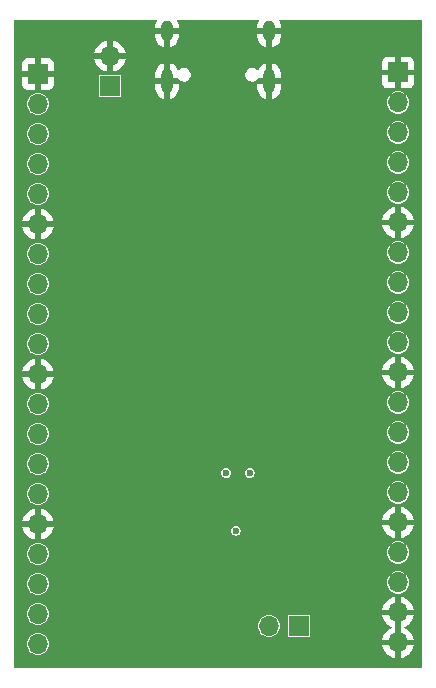
<source format=gbr>
%TF.GenerationSoftware,KiCad,Pcbnew,8.0.2*%
%TF.CreationDate,2024-06-21T23:47:16-04:00*%
%TF.ProjectId,RP2040 Custom,52503230-3430-4204-9375-73746f6d2e6b,rev?*%
%TF.SameCoordinates,Original*%
%TF.FileFunction,Copper,L2,Inr*%
%TF.FilePolarity,Positive*%
%FSLAX46Y46*%
G04 Gerber Fmt 4.6, Leading zero omitted, Abs format (unit mm)*
G04 Created by KiCad (PCBNEW 8.0.2) date 2024-06-21 23:47:16*
%MOMM*%
%LPD*%
G01*
G04 APERTURE LIST*
%TA.AperFunction,ComponentPad*%
%ADD10R,1.700000X1.700000*%
%TD*%
%TA.AperFunction,ComponentPad*%
%ADD11O,1.700000X1.700000*%
%TD*%
%TA.AperFunction,ComponentPad*%
%ADD12O,1.000000X2.100000*%
%TD*%
%TA.AperFunction,ComponentPad*%
%ADD13O,1.000000X1.800000*%
%TD*%
%TA.AperFunction,ViaPad*%
%ADD14C,0.600000*%
%TD*%
G04 APERTURE END LIST*
D10*
%TO.N,SWDIO*%
%TO.C,J5*%
X146558000Y-94996000D03*
D11*
%TO.N,SWCLK*%
X144018000Y-94996000D03*
%TD*%
D10*
%TO.N,Load*%
%TO.C,J4*%
X130556000Y-49276000D03*
D11*
%TO.N,GND*%
X130556000Y-46736000D03*
%TD*%
D10*
%TO.N,GND*%
%TO.C,J2*%
X124460000Y-48260000D03*
D11*
%TO.N,GPIO0*%
X124460000Y-50800000D03*
%TO.N,GPIO1*%
X124460000Y-53340000D03*
%TO.N,GPIO2*%
X124460000Y-55880000D03*
%TO.N,GPIO3*%
X124460000Y-58420000D03*
%TO.N,GND*%
X124460000Y-60960000D03*
%TO.N,GPIO4*%
X124460000Y-63500000D03*
%TO.N,GPIO5*%
X124460000Y-66040000D03*
%TO.N,GPIO6*%
X124460000Y-68580000D03*
%TO.N,GPIO7*%
X124460000Y-71120000D03*
%TO.N,GND*%
X124460000Y-73660000D03*
%TO.N,GPIO8*%
X124460000Y-76200000D03*
%TO.N,GPIO9*%
X124460000Y-78740000D03*
%TO.N,GPIO10*%
X124460000Y-81280000D03*
%TO.N,GPIO11*%
X124460000Y-83820000D03*
%TO.N,GND*%
X124460000Y-86360000D03*
%TO.N,GPIO12*%
X124460000Y-88900000D03*
%TO.N,GPIO13*%
X124460000Y-91440000D03*
%TO.N,GPIO14*%
X124460000Y-93980000D03*
%TO.N,GPIO15*%
X124460000Y-96520000D03*
%TD*%
D10*
%TO.N,GND*%
%TO.C,J1*%
X154940000Y-48133000D03*
D11*
%TO.N,GPIO29*%
X154940000Y-50673000D03*
%TO.N,GPIO28*%
X154940000Y-53213000D03*
%TO.N,GPIO27*%
X154940000Y-55753000D03*
%TO.N,GPIO26*%
X154940000Y-58293000D03*
%TO.N,GND*%
X154940000Y-60833000D03*
%TO.N,GPIO25*%
X154940000Y-63373000D03*
%TO.N,GPIO24*%
X154940000Y-65913000D03*
%TO.N,GPIO23*%
X154940000Y-68453000D03*
%TO.N,GPIO22*%
X154940000Y-70993000D03*
%TO.N,GND*%
X154940000Y-73533000D03*
%TO.N,GPIO21*%
X154940000Y-76073000D03*
%TO.N,GPIO20*%
X154940000Y-78613000D03*
%TO.N,GPIO19*%
X154940000Y-81153000D03*
%TO.N,GPIO18*%
X154940000Y-83693000D03*
%TO.N,GND*%
X154940000Y-86233000D03*
%TO.N,GPIO17*%
X154940000Y-88773000D03*
%TO.N,GPIO16*%
X154940000Y-91313000D03*
%TO.N,GND*%
X154940000Y-93853000D03*
X154940000Y-96393000D03*
%TD*%
D12*
%TO.N,GND*%
%TO.C,J1*%
X144020000Y-48845000D03*
D13*
X144020000Y-44645000D03*
D12*
X135380000Y-48845000D03*
D13*
X135380000Y-44645000D03*
%TD*%
D14*
%TO.N,GND*%
X128778000Y-95250000D03*
X123952000Y-44450000D03*
X128778000Y-92456000D03*
X131826000Y-76454000D03*
X140597500Y-84560000D03*
X138430000Y-45974000D03*
X150368000Y-85090000D03*
X151892000Y-88138000D03*
X128778000Y-88138000D03*
X133858000Y-70104000D03*
X154686000Y-44450000D03*
X128778000Y-90170000D03*
X127762000Y-49276000D03*
X149860000Y-90170000D03*
X127000000Y-63246000D03*
X150114000Y-95758000D03*
X128524000Y-80518000D03*
%TO.N,Net-(U1-VREG_VOUT)*%
X142392400Y-82042000D03*
X140379436Y-82039894D03*
X141198600Y-86944200D03*
%TD*%
%TA.AperFunction,Conductor*%
%TO.N,GND*%
G36*
X155190000Y-95959988D02*
G01*
X155132993Y-95927075D01*
X155005826Y-95893000D01*
X154874174Y-95893000D01*
X154747007Y-95927075D01*
X154690000Y-95959988D01*
X154690000Y-94286012D01*
X154747007Y-94318925D01*
X154874174Y-94353000D01*
X155005826Y-94353000D01*
X155132993Y-94318925D01*
X155190000Y-94286012D01*
X155190000Y-95959988D01*
G37*
%TD.AperFunction*%
%TA.AperFunction,Conductor*%
G36*
X134497472Y-43694852D02*
G01*
X134511824Y-43729500D01*
X134503566Y-43756723D01*
X134493810Y-43771323D01*
X134418429Y-43953309D01*
X134418429Y-43953310D01*
X134380000Y-44146512D01*
X134380000Y-44395000D01*
X135080000Y-44395000D01*
X135080000Y-44895000D01*
X134380000Y-44895000D01*
X134380000Y-45143487D01*
X134418429Y-45336689D01*
X134418429Y-45336690D01*
X134493809Y-45518674D01*
X134603246Y-45682460D01*
X134742539Y-45821753D01*
X134906325Y-45931190D01*
X135088310Y-46006570D01*
X135130000Y-46014862D01*
X135130000Y-45211988D01*
X135139940Y-45229205D01*
X135195795Y-45285060D01*
X135264204Y-45324556D01*
X135340504Y-45345000D01*
X135419496Y-45345000D01*
X135495796Y-45324556D01*
X135564205Y-45285060D01*
X135620060Y-45229205D01*
X135630000Y-45211988D01*
X135630000Y-46014862D01*
X135671689Y-46006570D01*
X135671690Y-46006570D01*
X135853674Y-45931190D01*
X136017460Y-45821753D01*
X136156753Y-45682460D01*
X136266190Y-45518674D01*
X136341570Y-45336690D01*
X136341570Y-45336689D01*
X136380000Y-45143487D01*
X136380000Y-44895000D01*
X135680000Y-44895000D01*
X135680000Y-44395000D01*
X136380000Y-44395000D01*
X136380000Y-44146512D01*
X136341570Y-43953310D01*
X136341570Y-43953309D01*
X136266189Y-43771323D01*
X136256434Y-43756723D01*
X136249117Y-43719941D01*
X136269953Y-43688758D01*
X136297176Y-43680500D01*
X143102824Y-43680500D01*
X143137472Y-43694852D01*
X143151824Y-43729500D01*
X143143566Y-43756723D01*
X143133810Y-43771323D01*
X143058429Y-43953309D01*
X143058429Y-43953310D01*
X143020000Y-44146512D01*
X143020000Y-44395000D01*
X143720000Y-44395000D01*
X143720000Y-44895000D01*
X143020000Y-44895000D01*
X143020000Y-45143487D01*
X143058429Y-45336689D01*
X143058429Y-45336690D01*
X143133809Y-45518674D01*
X143243246Y-45682460D01*
X143382539Y-45821753D01*
X143546325Y-45931190D01*
X143728310Y-46006570D01*
X143770000Y-46014862D01*
X143770000Y-45211988D01*
X143779940Y-45229205D01*
X143835795Y-45285060D01*
X143904204Y-45324556D01*
X143980504Y-45345000D01*
X144059496Y-45345000D01*
X144135796Y-45324556D01*
X144204205Y-45285060D01*
X144260060Y-45229205D01*
X144270000Y-45211988D01*
X144270000Y-46014862D01*
X144311689Y-46006570D01*
X144311690Y-46006570D01*
X144493674Y-45931190D01*
X144657460Y-45821753D01*
X144796753Y-45682460D01*
X144906190Y-45518674D01*
X144981570Y-45336690D01*
X144981570Y-45336689D01*
X145020000Y-45143487D01*
X145020000Y-44895000D01*
X144320000Y-44895000D01*
X144320000Y-44395000D01*
X145020000Y-44395000D01*
X145020000Y-44146512D01*
X144981570Y-43953310D01*
X144981570Y-43953309D01*
X144906189Y-43771323D01*
X144896434Y-43756723D01*
X144889117Y-43719941D01*
X144909953Y-43688758D01*
X144937176Y-43680500D01*
X156930500Y-43680500D01*
X156965148Y-43694852D01*
X156979500Y-43729500D01*
X156979500Y-98510500D01*
X156965148Y-98545148D01*
X156930500Y-98559500D01*
X122469500Y-98559500D01*
X122434852Y-98545148D01*
X122420500Y-98510500D01*
X122420500Y-96519999D01*
X123504901Y-96519999D01*
X123504901Y-96520000D01*
X123523253Y-96706331D01*
X123523253Y-96706332D01*
X123577604Y-96885502D01*
X123665863Y-97050624D01*
X123665868Y-97050631D01*
X123728775Y-97127282D01*
X123784643Y-97195357D01*
X123867590Y-97263430D01*
X123929368Y-97314131D01*
X123929375Y-97314136D01*
X124094499Y-97402396D01*
X124273669Y-97456747D01*
X124460000Y-97475099D01*
X124646331Y-97456747D01*
X124825501Y-97402396D01*
X124990625Y-97314136D01*
X125135357Y-97195357D01*
X125254136Y-97050625D01*
X125342396Y-96885501D01*
X125396747Y-96706331D01*
X125415099Y-96520000D01*
X125396747Y-96333669D01*
X125342396Y-96154499D01*
X125254136Y-95989375D01*
X125254131Y-95989368D01*
X125195934Y-95918456D01*
X125135357Y-95844643D01*
X125067282Y-95788775D01*
X124990631Y-95725868D01*
X124990624Y-95725863D01*
X124825502Y-95637604D01*
X124646331Y-95583253D01*
X124460000Y-95564901D01*
X124273668Y-95583253D01*
X124273667Y-95583253D01*
X124094497Y-95637604D01*
X123929375Y-95725863D01*
X123929368Y-95725868D01*
X123784643Y-95844643D01*
X123665868Y-95989368D01*
X123665863Y-95989375D01*
X123577604Y-96154497D01*
X123523253Y-96333667D01*
X123523253Y-96333668D01*
X123504901Y-96519999D01*
X122420500Y-96519999D01*
X122420500Y-94995999D01*
X143062901Y-94995999D01*
X143062901Y-94996000D01*
X143081253Y-95182331D01*
X143081253Y-95182332D01*
X143135604Y-95361502D01*
X143223863Y-95526624D01*
X143223868Y-95526631D01*
X143286775Y-95603282D01*
X143342643Y-95671357D01*
X143409060Y-95725864D01*
X143487368Y-95790131D01*
X143487375Y-95790136D01*
X143652499Y-95878396D01*
X143831669Y-95932747D01*
X144018000Y-95951099D01*
X144204331Y-95932747D01*
X144383501Y-95878396D01*
X144548625Y-95790136D01*
X144693357Y-95671357D01*
X144812136Y-95526625D01*
X144900396Y-95361501D01*
X144954747Y-95182331D01*
X144973099Y-94996000D01*
X144954747Y-94809669D01*
X144900396Y-94630499D01*
X144812136Y-94465375D01*
X144812131Y-94465368D01*
X144761430Y-94403590D01*
X144693357Y-94320643D01*
X144611055Y-94253099D01*
X144548631Y-94201868D01*
X144548624Y-94201863D01*
X144425580Y-94136095D01*
X145607500Y-94136095D01*
X145607500Y-95855894D01*
X145607501Y-95855898D01*
X145613331Y-95885213D01*
X145613331Y-95885214D01*
X145613332Y-95885215D01*
X145613332Y-95885216D01*
X145635542Y-95918456D01*
X145635543Y-95918457D01*
X145668787Y-95940669D01*
X145698101Y-95946500D01*
X147417898Y-95946499D01*
X147447213Y-95940669D01*
X147480457Y-95918457D01*
X147502669Y-95885213D01*
X147508500Y-95855899D01*
X147508499Y-94136102D01*
X147502669Y-94106787D01*
X147502667Y-94106784D01*
X147502667Y-94106783D01*
X147480457Y-94073543D01*
X147447212Y-94051330D01*
X147417901Y-94045500D01*
X145698105Y-94045500D01*
X145698104Y-94045500D01*
X145698102Y-94045501D01*
X145668787Y-94051331D01*
X145668786Y-94051331D01*
X145668784Y-94051332D01*
X145668783Y-94051332D01*
X145635543Y-94073542D01*
X145613330Y-94106786D01*
X145613330Y-94106787D01*
X145607500Y-94136095D01*
X144425580Y-94136095D01*
X144383502Y-94113604D01*
X144204331Y-94059253D01*
X144018000Y-94040901D01*
X143831668Y-94059253D01*
X143831667Y-94059253D01*
X143652497Y-94113604D01*
X143487375Y-94201863D01*
X143487368Y-94201868D01*
X143342643Y-94320643D01*
X143223868Y-94465368D01*
X143223863Y-94465375D01*
X143135604Y-94630497D01*
X143081253Y-94809667D01*
X143081253Y-94809668D01*
X143062901Y-94995999D01*
X122420500Y-94995999D01*
X122420500Y-93979999D01*
X123504901Y-93979999D01*
X123504901Y-93980000D01*
X123523253Y-94166331D01*
X123523253Y-94166332D01*
X123577604Y-94345502D01*
X123665863Y-94510624D01*
X123665868Y-94510631D01*
X123728775Y-94587282D01*
X123784643Y-94655357D01*
X123867590Y-94723430D01*
X123929368Y-94774131D01*
X123929375Y-94774136D01*
X124094499Y-94862396D01*
X124273669Y-94916747D01*
X124460000Y-94935099D01*
X124646331Y-94916747D01*
X124825501Y-94862396D01*
X124990625Y-94774136D01*
X125135357Y-94655357D01*
X125254136Y-94510625D01*
X125342396Y-94345501D01*
X125396747Y-94166331D01*
X125415099Y-93980000D01*
X125396747Y-93793669D01*
X125342396Y-93614499D01*
X125336249Y-93602999D01*
X153609363Y-93602999D01*
X153609364Y-93603000D01*
X154506988Y-93603000D01*
X154474075Y-93660007D01*
X154440000Y-93787174D01*
X154440000Y-93918826D01*
X154474075Y-94045993D01*
X154506988Y-94103000D01*
X153609363Y-94103000D01*
X153666566Y-94316483D01*
X153666568Y-94316488D01*
X153766398Y-94530577D01*
X153766405Y-94530589D01*
X153901885Y-94724072D01*
X153901891Y-94724079D01*
X154068920Y-94891108D01*
X154068927Y-94891114D01*
X154262410Y-95026594D01*
X154262422Y-95026601D01*
X154373915Y-95078591D01*
X154399252Y-95106241D01*
X154397616Y-95143708D01*
X154373916Y-95167409D01*
X154262419Y-95219401D01*
X154262411Y-95219405D01*
X154068927Y-95354885D01*
X154068920Y-95354891D01*
X153901891Y-95521920D01*
X153901885Y-95521927D01*
X153766405Y-95715411D01*
X153766398Y-95715423D01*
X153666567Y-95929511D01*
X153666566Y-95929516D01*
X153609363Y-96142999D01*
X153609364Y-96143000D01*
X154506988Y-96143000D01*
X154474075Y-96200007D01*
X154440000Y-96327174D01*
X154440000Y-96458826D01*
X154474075Y-96585993D01*
X154506988Y-96643000D01*
X153609363Y-96643000D01*
X153666566Y-96856483D01*
X153666568Y-96856488D01*
X153766398Y-97070577D01*
X153766405Y-97070589D01*
X153901885Y-97264072D01*
X153901891Y-97264079D01*
X154068920Y-97431108D01*
X154068927Y-97431114D01*
X154262410Y-97566594D01*
X154262422Y-97566601D01*
X154476511Y-97666431D01*
X154476516Y-97666433D01*
X154690000Y-97723634D01*
X154690000Y-96826012D01*
X154747007Y-96858925D01*
X154874174Y-96893000D01*
X155005826Y-96893000D01*
X155132993Y-96858925D01*
X155190000Y-96826012D01*
X155190000Y-97723634D01*
X155403483Y-97666433D01*
X155403488Y-97666431D01*
X155617577Y-97566601D01*
X155617589Y-97566594D01*
X155811072Y-97431114D01*
X155811079Y-97431108D01*
X155978108Y-97264079D01*
X155978114Y-97264072D01*
X156113594Y-97070589D01*
X156113601Y-97070577D01*
X156213431Y-96856488D01*
X156213433Y-96856483D01*
X156270636Y-96643000D01*
X155373012Y-96643000D01*
X155405925Y-96585993D01*
X155440000Y-96458826D01*
X155440000Y-96327174D01*
X155405925Y-96200007D01*
X155373012Y-96143000D01*
X156270636Y-96143000D01*
X156270636Y-96142999D01*
X156213433Y-95929516D01*
X156213432Y-95929511D01*
X156113601Y-95715423D01*
X156113594Y-95715411D01*
X155978114Y-95521927D01*
X155978108Y-95521920D01*
X155811079Y-95354891D01*
X155811072Y-95354885D01*
X155617589Y-95219405D01*
X155617577Y-95219399D01*
X155506083Y-95167409D01*
X155480746Y-95139759D01*
X155482382Y-95102292D01*
X155506083Y-95078591D01*
X155617577Y-95026600D01*
X155617589Y-95026594D01*
X155811072Y-94891114D01*
X155811079Y-94891108D01*
X155978108Y-94724079D01*
X155978114Y-94724072D01*
X156113594Y-94530589D01*
X156113601Y-94530577D01*
X156213431Y-94316488D01*
X156213433Y-94316483D01*
X156270636Y-94103000D01*
X155373012Y-94103000D01*
X155405925Y-94045993D01*
X155440000Y-93918826D01*
X155440000Y-93787174D01*
X155405925Y-93660007D01*
X155373012Y-93603000D01*
X156270636Y-93603000D01*
X156270636Y-93602999D01*
X156213433Y-93389516D01*
X156213432Y-93389511D01*
X156113601Y-93175423D01*
X156113594Y-93175411D01*
X155978114Y-92981927D01*
X155978108Y-92981920D01*
X155811079Y-92814891D01*
X155811072Y-92814885D01*
X155617589Y-92679405D01*
X155617577Y-92679398D01*
X155403488Y-92579568D01*
X155403483Y-92579566D01*
X155190000Y-92522363D01*
X155190000Y-93419988D01*
X155132993Y-93387075D01*
X155005826Y-93353000D01*
X154874174Y-93353000D01*
X154747007Y-93387075D01*
X154690000Y-93419988D01*
X154690000Y-92522363D01*
X154689999Y-92522363D01*
X154476516Y-92579566D01*
X154476511Y-92579567D01*
X154262423Y-92679398D01*
X154262411Y-92679405D01*
X154068927Y-92814885D01*
X154068920Y-92814891D01*
X153901891Y-92981920D01*
X153901885Y-92981927D01*
X153766405Y-93175411D01*
X153766398Y-93175423D01*
X153666567Y-93389511D01*
X153666566Y-93389516D01*
X153609363Y-93602999D01*
X125336249Y-93602999D01*
X125254136Y-93449375D01*
X125254131Y-93449368D01*
X125203007Y-93387075D01*
X125135357Y-93304643D01*
X125067282Y-93248775D01*
X124990631Y-93185868D01*
X124990624Y-93185863D01*
X124825502Y-93097604D01*
X124646331Y-93043253D01*
X124460000Y-93024901D01*
X124273668Y-93043253D01*
X124273667Y-93043253D01*
X124094497Y-93097604D01*
X123929375Y-93185863D01*
X123929368Y-93185868D01*
X123784643Y-93304643D01*
X123665868Y-93449368D01*
X123665863Y-93449375D01*
X123577604Y-93614497D01*
X123523253Y-93793667D01*
X123523253Y-93793668D01*
X123504901Y-93979999D01*
X122420500Y-93979999D01*
X122420500Y-91439999D01*
X123504901Y-91439999D01*
X123504901Y-91440000D01*
X123523253Y-91626331D01*
X123523253Y-91626332D01*
X123577604Y-91805502D01*
X123665863Y-91970624D01*
X123665868Y-91970631D01*
X123680416Y-91988357D01*
X123784643Y-92115357D01*
X123867590Y-92183430D01*
X123929368Y-92234131D01*
X123929375Y-92234136D01*
X124094499Y-92322396D01*
X124273669Y-92376747D01*
X124460000Y-92395099D01*
X124646331Y-92376747D01*
X124825501Y-92322396D01*
X124990625Y-92234136D01*
X125135357Y-92115357D01*
X125254136Y-91970625D01*
X125342396Y-91805501D01*
X125396747Y-91626331D01*
X125415099Y-91440000D01*
X125402590Y-91312999D01*
X153984901Y-91312999D01*
X153984901Y-91313000D01*
X154003253Y-91499331D01*
X154003253Y-91499332D01*
X154057604Y-91678502D01*
X154145863Y-91843624D01*
X154145868Y-91843631D01*
X154208775Y-91920282D01*
X154264643Y-91988357D01*
X154347590Y-92056430D01*
X154409368Y-92107131D01*
X154409375Y-92107136D01*
X154574499Y-92195396D01*
X154753669Y-92249747D01*
X154940000Y-92268099D01*
X155126331Y-92249747D01*
X155305501Y-92195396D01*
X155470625Y-92107136D01*
X155615357Y-91988357D01*
X155734136Y-91843625D01*
X155822396Y-91678501D01*
X155876747Y-91499331D01*
X155895099Y-91313000D01*
X155876747Y-91126669D01*
X155822396Y-90947499D01*
X155734136Y-90782375D01*
X155734131Y-90782368D01*
X155683430Y-90720590D01*
X155615357Y-90637643D01*
X155517830Y-90557604D01*
X155470631Y-90518868D01*
X155470624Y-90518863D01*
X155305502Y-90430604D01*
X155126331Y-90376253D01*
X154940000Y-90357901D01*
X154753668Y-90376253D01*
X154753667Y-90376253D01*
X154574497Y-90430604D01*
X154409375Y-90518863D01*
X154409368Y-90518868D01*
X154264643Y-90637643D01*
X154145868Y-90782368D01*
X154145863Y-90782375D01*
X154057604Y-90947497D01*
X154003253Y-91126667D01*
X154003253Y-91126668D01*
X153984901Y-91312999D01*
X125402590Y-91312999D01*
X125396747Y-91253669D01*
X125342396Y-91074499D01*
X125274512Y-90947497D01*
X125254136Y-90909375D01*
X125254131Y-90909368D01*
X125149909Y-90782375D01*
X125135357Y-90764643D01*
X125067282Y-90708775D01*
X124990631Y-90645868D01*
X124990624Y-90645863D01*
X124825502Y-90557604D01*
X124646331Y-90503253D01*
X124460000Y-90484901D01*
X124273668Y-90503253D01*
X124273667Y-90503253D01*
X124094497Y-90557604D01*
X123929375Y-90645863D01*
X123929368Y-90645868D01*
X123784643Y-90764643D01*
X123665868Y-90909368D01*
X123665863Y-90909375D01*
X123577604Y-91074497D01*
X123523253Y-91253667D01*
X123523253Y-91253668D01*
X123504901Y-91439999D01*
X122420500Y-91439999D01*
X122420500Y-88899999D01*
X123504901Y-88899999D01*
X123504901Y-88900000D01*
X123523253Y-89086331D01*
X123523253Y-89086332D01*
X123577604Y-89265502D01*
X123665863Y-89430624D01*
X123665868Y-89430631D01*
X123680416Y-89448357D01*
X123784643Y-89575357D01*
X123867590Y-89643430D01*
X123929368Y-89694131D01*
X123929375Y-89694136D01*
X124094499Y-89782396D01*
X124273669Y-89836747D01*
X124460000Y-89855099D01*
X124646331Y-89836747D01*
X124825501Y-89782396D01*
X124990625Y-89694136D01*
X125135357Y-89575357D01*
X125254136Y-89430625D01*
X125342396Y-89265501D01*
X125396747Y-89086331D01*
X125415099Y-88900000D01*
X125402590Y-88772999D01*
X153984901Y-88772999D01*
X153984901Y-88773000D01*
X154003253Y-88959331D01*
X154003253Y-88959332D01*
X154057604Y-89138502D01*
X154145863Y-89303624D01*
X154145868Y-89303631D01*
X154208775Y-89380282D01*
X154264643Y-89448357D01*
X154347590Y-89516430D01*
X154409368Y-89567131D01*
X154409375Y-89567136D01*
X154574499Y-89655396D01*
X154753669Y-89709747D01*
X154940000Y-89728099D01*
X155126331Y-89709747D01*
X155305501Y-89655396D01*
X155470625Y-89567136D01*
X155615357Y-89448357D01*
X155734136Y-89303625D01*
X155822396Y-89138501D01*
X155876747Y-88959331D01*
X155895099Y-88773000D01*
X155876747Y-88586669D01*
X155822396Y-88407499D01*
X155734136Y-88242375D01*
X155734131Y-88242368D01*
X155683430Y-88180590D01*
X155615357Y-88097643D01*
X155517830Y-88017604D01*
X155470631Y-87978868D01*
X155470624Y-87978863D01*
X155305502Y-87890604D01*
X155126331Y-87836253D01*
X154940000Y-87817901D01*
X154753668Y-87836253D01*
X154753667Y-87836253D01*
X154574497Y-87890604D01*
X154409375Y-87978863D01*
X154409368Y-87978868D01*
X154264643Y-88097643D01*
X154145868Y-88242368D01*
X154145863Y-88242375D01*
X154057604Y-88407497D01*
X154003253Y-88586667D01*
X154003253Y-88586668D01*
X153984901Y-88772999D01*
X125402590Y-88772999D01*
X125396747Y-88713669D01*
X125342396Y-88534499D01*
X125274512Y-88407497D01*
X125254136Y-88369375D01*
X125254131Y-88369368D01*
X125149909Y-88242375D01*
X125135357Y-88224643D01*
X125067282Y-88168775D01*
X124990631Y-88105868D01*
X124990624Y-88105863D01*
X124825502Y-88017604D01*
X124646331Y-87963253D01*
X124460000Y-87944901D01*
X124273668Y-87963253D01*
X124273667Y-87963253D01*
X124094497Y-88017604D01*
X123929375Y-88105863D01*
X123929368Y-88105868D01*
X123784643Y-88224643D01*
X123665868Y-88369368D01*
X123665863Y-88369375D01*
X123577604Y-88534497D01*
X123523253Y-88713667D01*
X123523253Y-88713668D01*
X123504901Y-88899999D01*
X122420500Y-88899999D01*
X122420500Y-86109999D01*
X123129363Y-86109999D01*
X123129364Y-86110000D01*
X124026988Y-86110000D01*
X123994075Y-86167007D01*
X123960000Y-86294174D01*
X123960000Y-86425826D01*
X123994075Y-86552993D01*
X124026988Y-86610000D01*
X123129363Y-86610000D01*
X123186566Y-86823483D01*
X123186568Y-86823488D01*
X123286398Y-87037577D01*
X123286405Y-87037589D01*
X123421885Y-87231072D01*
X123421891Y-87231079D01*
X123588920Y-87398108D01*
X123588927Y-87398114D01*
X123782410Y-87533594D01*
X123782422Y-87533601D01*
X123996511Y-87633431D01*
X123996516Y-87633433D01*
X124210000Y-87690634D01*
X124210000Y-86793012D01*
X124267007Y-86825925D01*
X124394174Y-86860000D01*
X124525826Y-86860000D01*
X124652993Y-86825925D01*
X124710000Y-86793012D01*
X124710000Y-87690634D01*
X124923483Y-87633433D01*
X124923488Y-87633431D01*
X125137577Y-87533601D01*
X125137589Y-87533594D01*
X125331072Y-87398114D01*
X125331079Y-87398108D01*
X125498108Y-87231079D01*
X125498114Y-87231072D01*
X125633594Y-87037589D01*
X125633601Y-87037577D01*
X125677143Y-86944200D01*
X140793108Y-86944200D01*
X140812954Y-87069504D01*
X140812954Y-87069505D01*
X140812955Y-87069507D01*
X140812955Y-87069509D01*
X140870545Y-87182535D01*
X140870550Y-87182542D01*
X140960257Y-87272249D01*
X140960264Y-87272254D01*
X141073291Y-87329844D01*
X141073292Y-87329844D01*
X141073296Y-87329846D01*
X141198600Y-87349692D01*
X141323904Y-87329846D01*
X141323908Y-87329844D01*
X141323909Y-87329844D01*
X141436935Y-87272254D01*
X141436937Y-87272252D01*
X141436942Y-87272250D01*
X141526650Y-87182542D01*
X141526654Y-87182535D01*
X141584244Y-87069509D01*
X141584244Y-87069507D01*
X141584246Y-87069504D01*
X141604092Y-86944200D01*
X141584246Y-86818896D01*
X141584244Y-86818892D01*
X141584244Y-86818890D01*
X141526654Y-86705864D01*
X141526649Y-86705857D01*
X141436942Y-86616150D01*
X141436935Y-86616145D01*
X141323908Y-86558555D01*
X141323905Y-86558554D01*
X141323904Y-86558554D01*
X141198600Y-86538708D01*
X141073296Y-86558554D01*
X141073294Y-86558554D01*
X141073292Y-86558555D01*
X141073290Y-86558555D01*
X140960264Y-86616145D01*
X140960257Y-86616150D01*
X140870550Y-86705857D01*
X140870545Y-86705864D01*
X140812955Y-86818890D01*
X140812955Y-86818892D01*
X140812954Y-86818894D01*
X140812954Y-86818896D01*
X140793108Y-86944200D01*
X125677143Y-86944200D01*
X125733431Y-86823488D01*
X125733433Y-86823483D01*
X125790636Y-86610000D01*
X124893012Y-86610000D01*
X124925925Y-86552993D01*
X124960000Y-86425826D01*
X124960000Y-86294174D01*
X124925925Y-86167007D01*
X124893012Y-86110000D01*
X125790636Y-86110000D01*
X125790636Y-86109999D01*
X125756606Y-85982999D01*
X153609363Y-85982999D01*
X153609364Y-85983000D01*
X154506988Y-85983000D01*
X154474075Y-86040007D01*
X154440000Y-86167174D01*
X154440000Y-86298826D01*
X154474075Y-86425993D01*
X154506988Y-86483000D01*
X153609363Y-86483000D01*
X153666566Y-86696483D01*
X153666568Y-86696488D01*
X153766398Y-86910577D01*
X153766405Y-86910589D01*
X153901885Y-87104072D01*
X153901891Y-87104079D01*
X154068920Y-87271108D01*
X154068927Y-87271114D01*
X154262410Y-87406594D01*
X154262422Y-87406601D01*
X154476511Y-87506431D01*
X154476516Y-87506433D01*
X154690000Y-87563634D01*
X154690000Y-86666012D01*
X154747007Y-86698925D01*
X154874174Y-86733000D01*
X155005826Y-86733000D01*
X155132993Y-86698925D01*
X155190000Y-86666012D01*
X155190000Y-87563634D01*
X155403483Y-87506433D01*
X155403488Y-87506431D01*
X155617577Y-87406601D01*
X155617589Y-87406594D01*
X155811072Y-87271114D01*
X155811079Y-87271108D01*
X155978108Y-87104079D01*
X155978114Y-87104072D01*
X156113594Y-86910589D01*
X156113601Y-86910577D01*
X156213431Y-86696488D01*
X156213433Y-86696483D01*
X156270636Y-86483000D01*
X155373012Y-86483000D01*
X155405925Y-86425993D01*
X155440000Y-86298826D01*
X155440000Y-86167174D01*
X155405925Y-86040007D01*
X155373012Y-85983000D01*
X156270636Y-85983000D01*
X156270636Y-85982999D01*
X156213433Y-85769516D01*
X156213432Y-85769511D01*
X156113601Y-85555423D01*
X156113594Y-85555411D01*
X155978114Y-85361927D01*
X155978108Y-85361920D01*
X155811079Y-85194891D01*
X155811072Y-85194885D01*
X155617589Y-85059405D01*
X155617577Y-85059398D01*
X155403488Y-84959568D01*
X155403483Y-84959566D01*
X155190000Y-84902363D01*
X155190000Y-85799988D01*
X155132993Y-85767075D01*
X155005826Y-85733000D01*
X154874174Y-85733000D01*
X154747007Y-85767075D01*
X154690000Y-85799988D01*
X154690000Y-84902363D01*
X154689999Y-84902363D01*
X154476516Y-84959566D01*
X154476511Y-84959567D01*
X154262423Y-85059398D01*
X154262411Y-85059405D01*
X154068927Y-85194885D01*
X154068920Y-85194891D01*
X153901891Y-85361920D01*
X153901885Y-85361927D01*
X153766405Y-85555411D01*
X153766398Y-85555423D01*
X153666567Y-85769511D01*
X153666566Y-85769516D01*
X153609363Y-85982999D01*
X125756606Y-85982999D01*
X125733433Y-85896516D01*
X125733432Y-85896511D01*
X125633601Y-85682423D01*
X125633594Y-85682411D01*
X125498114Y-85488927D01*
X125498108Y-85488920D01*
X125331079Y-85321891D01*
X125331072Y-85321885D01*
X125137589Y-85186405D01*
X125137577Y-85186398D01*
X124923488Y-85086568D01*
X124923483Y-85086566D01*
X124710000Y-85029363D01*
X124710000Y-85926988D01*
X124652993Y-85894075D01*
X124525826Y-85860000D01*
X124394174Y-85860000D01*
X124267007Y-85894075D01*
X124210000Y-85926988D01*
X124210000Y-85029363D01*
X124209999Y-85029363D01*
X123996516Y-85086566D01*
X123996511Y-85086567D01*
X123782423Y-85186398D01*
X123782411Y-85186405D01*
X123588927Y-85321885D01*
X123588920Y-85321891D01*
X123421891Y-85488920D01*
X123421885Y-85488927D01*
X123286405Y-85682411D01*
X123286398Y-85682423D01*
X123186567Y-85896511D01*
X123186566Y-85896516D01*
X123129363Y-86109999D01*
X122420500Y-86109999D01*
X122420500Y-83819999D01*
X123504901Y-83819999D01*
X123504901Y-83820000D01*
X123523253Y-84006331D01*
X123523253Y-84006332D01*
X123577604Y-84185502D01*
X123665863Y-84350624D01*
X123665868Y-84350631D01*
X123680416Y-84368357D01*
X123784643Y-84495357D01*
X123867590Y-84563430D01*
X123929368Y-84614131D01*
X123929375Y-84614136D01*
X124094499Y-84702396D01*
X124273669Y-84756747D01*
X124460000Y-84775099D01*
X124646331Y-84756747D01*
X124825501Y-84702396D01*
X124990625Y-84614136D01*
X125135357Y-84495357D01*
X125254136Y-84350625D01*
X125342396Y-84185501D01*
X125396747Y-84006331D01*
X125415099Y-83820000D01*
X125402590Y-83692999D01*
X153984901Y-83692999D01*
X153984901Y-83693000D01*
X154003253Y-83879331D01*
X154003253Y-83879332D01*
X154057604Y-84058502D01*
X154145863Y-84223624D01*
X154145868Y-84223631D01*
X154208775Y-84300282D01*
X154264643Y-84368357D01*
X154347590Y-84436430D01*
X154409368Y-84487131D01*
X154409375Y-84487136D01*
X154574499Y-84575396D01*
X154753669Y-84629747D01*
X154940000Y-84648099D01*
X155126331Y-84629747D01*
X155305501Y-84575396D01*
X155470625Y-84487136D01*
X155615357Y-84368357D01*
X155734136Y-84223625D01*
X155822396Y-84058501D01*
X155876747Y-83879331D01*
X155895099Y-83693000D01*
X155876747Y-83506669D01*
X155822396Y-83327499D01*
X155734136Y-83162375D01*
X155734131Y-83162368D01*
X155683430Y-83100590D01*
X155615357Y-83017643D01*
X155517830Y-82937604D01*
X155470631Y-82898868D01*
X155470624Y-82898863D01*
X155305502Y-82810604D01*
X155126331Y-82756253D01*
X154940000Y-82737901D01*
X154753668Y-82756253D01*
X154753667Y-82756253D01*
X154574497Y-82810604D01*
X154409375Y-82898863D01*
X154409368Y-82898868D01*
X154264643Y-83017643D01*
X154145868Y-83162368D01*
X154145863Y-83162375D01*
X154057604Y-83327497D01*
X154003253Y-83506667D01*
X154003253Y-83506668D01*
X153984901Y-83692999D01*
X125402590Y-83692999D01*
X125396747Y-83633669D01*
X125342396Y-83454499D01*
X125274512Y-83327497D01*
X125254136Y-83289375D01*
X125254131Y-83289368D01*
X125149909Y-83162375D01*
X125135357Y-83144643D01*
X125067282Y-83088775D01*
X124990631Y-83025868D01*
X124990624Y-83025863D01*
X124825502Y-82937604D01*
X124646331Y-82883253D01*
X124460000Y-82864901D01*
X124273668Y-82883253D01*
X124273667Y-82883253D01*
X124094497Y-82937604D01*
X123929375Y-83025863D01*
X123929368Y-83025868D01*
X123784643Y-83144643D01*
X123665868Y-83289368D01*
X123665863Y-83289375D01*
X123577604Y-83454497D01*
X123523253Y-83633667D01*
X123523253Y-83633668D01*
X123504901Y-83819999D01*
X122420500Y-83819999D01*
X122420500Y-81279999D01*
X123504901Y-81279999D01*
X123504901Y-81280000D01*
X123523253Y-81466331D01*
X123523253Y-81466332D01*
X123577604Y-81645502D01*
X123665863Y-81810624D01*
X123665868Y-81810631D01*
X123680416Y-81828357D01*
X123784643Y-81955357D01*
X123867590Y-82023430D01*
X123929368Y-82074131D01*
X123929375Y-82074136D01*
X124094499Y-82162396D01*
X124273669Y-82216747D01*
X124460000Y-82235099D01*
X124646331Y-82216747D01*
X124825501Y-82162396D01*
X124990625Y-82074136D01*
X125032349Y-82039894D01*
X139973944Y-82039894D01*
X139993790Y-82165198D01*
X139993790Y-82165199D01*
X139993791Y-82165201D01*
X139993791Y-82165203D01*
X140051381Y-82278229D01*
X140051386Y-82278236D01*
X140141093Y-82367943D01*
X140141100Y-82367948D01*
X140254127Y-82425538D01*
X140254128Y-82425538D01*
X140254132Y-82425540D01*
X140379436Y-82445386D01*
X140504740Y-82425540D01*
X140504744Y-82425538D01*
X140504745Y-82425538D01*
X140617771Y-82367948D01*
X140617773Y-82367946D01*
X140617778Y-82367944D01*
X140707486Y-82278236D01*
X140707490Y-82278229D01*
X140765080Y-82165203D01*
X140765080Y-82165201D01*
X140765082Y-82165198D01*
X140784594Y-82042000D01*
X141986908Y-82042000D01*
X142006754Y-82167304D01*
X142006754Y-82167305D01*
X142006755Y-82167307D01*
X142006755Y-82167309D01*
X142064345Y-82280335D01*
X142064350Y-82280342D01*
X142154057Y-82370049D01*
X142154064Y-82370054D01*
X142267091Y-82427644D01*
X142267092Y-82427644D01*
X142267096Y-82427646D01*
X142392400Y-82447492D01*
X142517704Y-82427646D01*
X142517708Y-82427644D01*
X142517709Y-82427644D01*
X142630735Y-82370054D01*
X142630737Y-82370052D01*
X142630742Y-82370050D01*
X142720450Y-82280342D01*
X142720454Y-82280335D01*
X142778044Y-82167309D01*
X142778044Y-82167307D01*
X142778046Y-82167304D01*
X142797892Y-82042000D01*
X142778046Y-81916696D01*
X142778044Y-81916692D01*
X142778044Y-81916690D01*
X142720454Y-81803664D01*
X142720449Y-81803657D01*
X142630742Y-81713950D01*
X142630735Y-81713945D01*
X142517708Y-81656355D01*
X142517705Y-81656354D01*
X142517704Y-81656354D01*
X142392400Y-81636508D01*
X142267096Y-81656354D01*
X142267094Y-81656354D01*
X142267092Y-81656355D01*
X142267090Y-81656355D01*
X142154064Y-81713945D01*
X142154057Y-81713950D01*
X142064350Y-81803657D01*
X142064345Y-81803664D01*
X142006755Y-81916690D01*
X142006755Y-81916692D01*
X142006754Y-81916694D01*
X142006754Y-81916696D01*
X141986908Y-82042000D01*
X140784594Y-82042000D01*
X140784928Y-82039894D01*
X140765082Y-81914590D01*
X140765080Y-81914586D01*
X140765080Y-81914584D01*
X140707490Y-81801558D01*
X140707485Y-81801551D01*
X140617778Y-81711844D01*
X140617771Y-81711839D01*
X140504744Y-81654249D01*
X140504741Y-81654248D01*
X140504740Y-81654248D01*
X140379436Y-81634402D01*
X140254132Y-81654248D01*
X140254130Y-81654248D01*
X140254128Y-81654249D01*
X140254126Y-81654249D01*
X140141100Y-81711839D01*
X140141093Y-81711844D01*
X140051386Y-81801551D01*
X140051381Y-81801558D01*
X139993791Y-81914584D01*
X139993791Y-81914586D01*
X139993790Y-81914588D01*
X139993790Y-81914590D01*
X139973944Y-82039894D01*
X125032349Y-82039894D01*
X125135357Y-81955357D01*
X125254136Y-81810625D01*
X125342396Y-81645501D01*
X125396747Y-81466331D01*
X125415099Y-81280000D01*
X125402590Y-81152999D01*
X153984901Y-81152999D01*
X153984901Y-81153000D01*
X154003253Y-81339331D01*
X154003253Y-81339332D01*
X154057604Y-81518502D01*
X154145863Y-81683624D01*
X154145868Y-81683631D01*
X154170747Y-81713945D01*
X154264643Y-81828357D01*
X154347590Y-81896430D01*
X154409368Y-81947131D01*
X154409375Y-81947136D01*
X154574499Y-82035396D01*
X154753669Y-82089747D01*
X154940000Y-82108099D01*
X155126331Y-82089747D01*
X155305501Y-82035396D01*
X155470625Y-81947136D01*
X155615357Y-81828357D01*
X155734136Y-81683625D01*
X155822396Y-81518501D01*
X155876747Y-81339331D01*
X155895099Y-81153000D01*
X155876747Y-80966669D01*
X155822396Y-80787499D01*
X155734136Y-80622375D01*
X155734131Y-80622368D01*
X155683430Y-80560590D01*
X155615357Y-80477643D01*
X155517830Y-80397604D01*
X155470631Y-80358868D01*
X155470624Y-80358863D01*
X155305502Y-80270604D01*
X155126331Y-80216253D01*
X154940000Y-80197901D01*
X154753668Y-80216253D01*
X154753667Y-80216253D01*
X154574497Y-80270604D01*
X154409375Y-80358863D01*
X154409368Y-80358868D01*
X154264643Y-80477643D01*
X154145868Y-80622368D01*
X154145863Y-80622375D01*
X154057604Y-80787497D01*
X154003253Y-80966667D01*
X154003253Y-80966668D01*
X153984901Y-81152999D01*
X125402590Y-81152999D01*
X125396747Y-81093669D01*
X125342396Y-80914499D01*
X125274512Y-80787497D01*
X125254136Y-80749375D01*
X125254131Y-80749368D01*
X125149909Y-80622375D01*
X125135357Y-80604643D01*
X125067282Y-80548775D01*
X124990631Y-80485868D01*
X124990624Y-80485863D01*
X124825502Y-80397604D01*
X124646331Y-80343253D01*
X124460000Y-80324901D01*
X124273668Y-80343253D01*
X124273667Y-80343253D01*
X124094497Y-80397604D01*
X123929375Y-80485863D01*
X123929368Y-80485868D01*
X123784643Y-80604643D01*
X123665868Y-80749368D01*
X123665863Y-80749375D01*
X123577604Y-80914497D01*
X123523253Y-81093667D01*
X123523253Y-81093668D01*
X123504901Y-81279999D01*
X122420500Y-81279999D01*
X122420500Y-78739999D01*
X123504901Y-78739999D01*
X123504901Y-78740000D01*
X123523253Y-78926331D01*
X123523253Y-78926332D01*
X123577604Y-79105502D01*
X123665863Y-79270624D01*
X123665868Y-79270631D01*
X123680416Y-79288357D01*
X123784643Y-79415357D01*
X123867590Y-79483430D01*
X123929368Y-79534131D01*
X123929375Y-79534136D01*
X124094499Y-79622396D01*
X124273669Y-79676747D01*
X124460000Y-79695099D01*
X124646331Y-79676747D01*
X124825501Y-79622396D01*
X124990625Y-79534136D01*
X125135357Y-79415357D01*
X125254136Y-79270625D01*
X125342396Y-79105501D01*
X125396747Y-78926331D01*
X125415099Y-78740000D01*
X125402590Y-78612999D01*
X153984901Y-78612999D01*
X153984901Y-78613000D01*
X154003253Y-78799331D01*
X154003253Y-78799332D01*
X154057604Y-78978502D01*
X154145863Y-79143624D01*
X154145868Y-79143631D01*
X154208775Y-79220282D01*
X154264643Y-79288357D01*
X154347590Y-79356430D01*
X154409368Y-79407131D01*
X154409375Y-79407136D01*
X154574499Y-79495396D01*
X154753669Y-79549747D01*
X154940000Y-79568099D01*
X155126331Y-79549747D01*
X155305501Y-79495396D01*
X155470625Y-79407136D01*
X155615357Y-79288357D01*
X155734136Y-79143625D01*
X155822396Y-78978501D01*
X155876747Y-78799331D01*
X155895099Y-78613000D01*
X155876747Y-78426669D01*
X155822396Y-78247499D01*
X155734136Y-78082375D01*
X155734131Y-78082368D01*
X155683430Y-78020590D01*
X155615357Y-77937643D01*
X155517830Y-77857604D01*
X155470631Y-77818868D01*
X155470624Y-77818863D01*
X155305502Y-77730604D01*
X155126331Y-77676253D01*
X154940000Y-77657901D01*
X154753668Y-77676253D01*
X154753667Y-77676253D01*
X154574497Y-77730604D01*
X154409375Y-77818863D01*
X154409368Y-77818868D01*
X154264643Y-77937643D01*
X154145868Y-78082368D01*
X154145863Y-78082375D01*
X154057604Y-78247497D01*
X154003253Y-78426667D01*
X154003253Y-78426668D01*
X153984901Y-78612999D01*
X125402590Y-78612999D01*
X125396747Y-78553669D01*
X125342396Y-78374499D01*
X125274512Y-78247497D01*
X125254136Y-78209375D01*
X125254131Y-78209368D01*
X125149909Y-78082375D01*
X125135357Y-78064643D01*
X125067282Y-78008775D01*
X124990631Y-77945868D01*
X124990624Y-77945863D01*
X124825502Y-77857604D01*
X124646331Y-77803253D01*
X124460000Y-77784901D01*
X124273668Y-77803253D01*
X124273667Y-77803253D01*
X124094497Y-77857604D01*
X123929375Y-77945863D01*
X123929368Y-77945868D01*
X123784643Y-78064643D01*
X123665868Y-78209368D01*
X123665863Y-78209375D01*
X123577604Y-78374497D01*
X123523253Y-78553667D01*
X123523253Y-78553668D01*
X123504901Y-78739999D01*
X122420500Y-78739999D01*
X122420500Y-76199999D01*
X123504901Y-76199999D01*
X123504901Y-76200000D01*
X123523253Y-76386331D01*
X123523253Y-76386332D01*
X123577604Y-76565502D01*
X123665863Y-76730624D01*
X123665868Y-76730631D01*
X123680416Y-76748357D01*
X123784643Y-76875357D01*
X123867590Y-76943430D01*
X123929368Y-76994131D01*
X123929375Y-76994136D01*
X124094499Y-77082396D01*
X124273669Y-77136747D01*
X124460000Y-77155099D01*
X124646331Y-77136747D01*
X124825501Y-77082396D01*
X124990625Y-76994136D01*
X125135357Y-76875357D01*
X125254136Y-76730625D01*
X125342396Y-76565501D01*
X125396747Y-76386331D01*
X125415099Y-76200000D01*
X125402590Y-76072999D01*
X153984901Y-76072999D01*
X153984901Y-76073000D01*
X154003253Y-76259331D01*
X154003253Y-76259332D01*
X154057604Y-76438502D01*
X154145863Y-76603624D01*
X154145868Y-76603631D01*
X154208775Y-76680282D01*
X154264643Y-76748357D01*
X154347590Y-76816430D01*
X154409368Y-76867131D01*
X154409375Y-76867136D01*
X154574499Y-76955396D01*
X154753669Y-77009747D01*
X154940000Y-77028099D01*
X155126331Y-77009747D01*
X155305501Y-76955396D01*
X155470625Y-76867136D01*
X155615357Y-76748357D01*
X155734136Y-76603625D01*
X155822396Y-76438501D01*
X155876747Y-76259331D01*
X155895099Y-76073000D01*
X155876747Y-75886669D01*
X155822396Y-75707499D01*
X155734136Y-75542375D01*
X155734131Y-75542368D01*
X155683430Y-75480590D01*
X155615357Y-75397643D01*
X155517830Y-75317604D01*
X155470631Y-75278868D01*
X155470624Y-75278863D01*
X155305502Y-75190604D01*
X155126331Y-75136253D01*
X154940000Y-75117901D01*
X154753668Y-75136253D01*
X154753667Y-75136253D01*
X154574497Y-75190604D01*
X154409375Y-75278863D01*
X154409368Y-75278868D01*
X154264643Y-75397643D01*
X154145868Y-75542368D01*
X154145863Y-75542375D01*
X154057604Y-75707497D01*
X154003253Y-75886667D01*
X154003253Y-75886668D01*
X153984901Y-76072999D01*
X125402590Y-76072999D01*
X125396747Y-76013669D01*
X125342396Y-75834499D01*
X125274512Y-75707497D01*
X125254136Y-75669375D01*
X125254131Y-75669368D01*
X125149909Y-75542375D01*
X125135357Y-75524643D01*
X125067282Y-75468775D01*
X124990631Y-75405868D01*
X124990624Y-75405863D01*
X124825502Y-75317604D01*
X124646331Y-75263253D01*
X124460000Y-75244901D01*
X124273668Y-75263253D01*
X124273667Y-75263253D01*
X124094497Y-75317604D01*
X123929375Y-75405863D01*
X123929368Y-75405868D01*
X123784643Y-75524643D01*
X123665868Y-75669368D01*
X123665863Y-75669375D01*
X123577604Y-75834497D01*
X123523253Y-76013667D01*
X123523253Y-76013668D01*
X123504901Y-76199999D01*
X122420500Y-76199999D01*
X122420500Y-73409999D01*
X123129363Y-73409999D01*
X123129364Y-73410000D01*
X124026988Y-73410000D01*
X123994075Y-73467007D01*
X123960000Y-73594174D01*
X123960000Y-73725826D01*
X123994075Y-73852993D01*
X124026988Y-73910000D01*
X123129363Y-73910000D01*
X123186566Y-74123483D01*
X123186568Y-74123488D01*
X123286398Y-74337577D01*
X123286405Y-74337589D01*
X123421885Y-74531072D01*
X123421891Y-74531079D01*
X123588920Y-74698108D01*
X123588927Y-74698114D01*
X123782410Y-74833594D01*
X123782422Y-74833601D01*
X123996511Y-74933431D01*
X123996516Y-74933433D01*
X124210000Y-74990634D01*
X124210000Y-74093012D01*
X124267007Y-74125925D01*
X124394174Y-74160000D01*
X124525826Y-74160000D01*
X124652993Y-74125925D01*
X124710000Y-74093012D01*
X124710000Y-74990634D01*
X124923483Y-74933433D01*
X124923488Y-74933431D01*
X125137577Y-74833601D01*
X125137589Y-74833594D01*
X125331072Y-74698114D01*
X125331079Y-74698108D01*
X125498108Y-74531079D01*
X125498114Y-74531072D01*
X125633594Y-74337589D01*
X125633601Y-74337577D01*
X125733431Y-74123488D01*
X125733433Y-74123483D01*
X125790636Y-73910000D01*
X124893012Y-73910000D01*
X124925925Y-73852993D01*
X124960000Y-73725826D01*
X124960000Y-73594174D01*
X124925925Y-73467007D01*
X124893012Y-73410000D01*
X125790636Y-73410000D01*
X125790636Y-73409999D01*
X125756606Y-73282999D01*
X153609363Y-73282999D01*
X153609364Y-73283000D01*
X154506988Y-73283000D01*
X154474075Y-73340007D01*
X154440000Y-73467174D01*
X154440000Y-73598826D01*
X154474075Y-73725993D01*
X154506988Y-73783000D01*
X153609363Y-73783000D01*
X153666566Y-73996483D01*
X153666568Y-73996488D01*
X153766398Y-74210577D01*
X153766405Y-74210589D01*
X153901885Y-74404072D01*
X153901891Y-74404079D01*
X154068920Y-74571108D01*
X154068927Y-74571114D01*
X154262410Y-74706594D01*
X154262422Y-74706601D01*
X154476511Y-74806431D01*
X154476516Y-74806433D01*
X154690000Y-74863634D01*
X154690000Y-73966012D01*
X154747007Y-73998925D01*
X154874174Y-74033000D01*
X155005826Y-74033000D01*
X155132993Y-73998925D01*
X155190000Y-73966012D01*
X155190000Y-74863634D01*
X155403483Y-74806433D01*
X155403488Y-74806431D01*
X155617577Y-74706601D01*
X155617589Y-74706594D01*
X155811072Y-74571114D01*
X155811079Y-74571108D01*
X155978108Y-74404079D01*
X155978114Y-74404072D01*
X156113594Y-74210589D01*
X156113601Y-74210577D01*
X156213431Y-73996488D01*
X156213433Y-73996483D01*
X156270636Y-73783000D01*
X155373012Y-73783000D01*
X155405925Y-73725993D01*
X155440000Y-73598826D01*
X155440000Y-73467174D01*
X155405925Y-73340007D01*
X155373012Y-73283000D01*
X156270636Y-73283000D01*
X156270636Y-73282999D01*
X156213433Y-73069516D01*
X156213432Y-73069511D01*
X156113601Y-72855423D01*
X156113594Y-72855411D01*
X155978114Y-72661927D01*
X155978108Y-72661920D01*
X155811079Y-72494891D01*
X155811072Y-72494885D01*
X155617589Y-72359405D01*
X155617577Y-72359398D01*
X155403488Y-72259568D01*
X155403483Y-72259566D01*
X155190000Y-72202363D01*
X155190000Y-73099988D01*
X155132993Y-73067075D01*
X155005826Y-73033000D01*
X154874174Y-73033000D01*
X154747007Y-73067075D01*
X154690000Y-73099988D01*
X154690000Y-72202363D01*
X154689999Y-72202363D01*
X154476516Y-72259566D01*
X154476511Y-72259567D01*
X154262423Y-72359398D01*
X154262411Y-72359405D01*
X154068927Y-72494885D01*
X154068920Y-72494891D01*
X153901891Y-72661920D01*
X153901885Y-72661927D01*
X153766405Y-72855411D01*
X153766398Y-72855423D01*
X153666567Y-73069511D01*
X153666566Y-73069516D01*
X153609363Y-73282999D01*
X125756606Y-73282999D01*
X125733433Y-73196516D01*
X125733432Y-73196511D01*
X125633601Y-72982423D01*
X125633594Y-72982411D01*
X125498114Y-72788927D01*
X125498108Y-72788920D01*
X125331079Y-72621891D01*
X125331072Y-72621885D01*
X125137589Y-72486405D01*
X125137577Y-72486398D01*
X124923488Y-72386568D01*
X124923483Y-72386566D01*
X124710000Y-72329363D01*
X124710000Y-73226988D01*
X124652993Y-73194075D01*
X124525826Y-73160000D01*
X124394174Y-73160000D01*
X124267007Y-73194075D01*
X124210000Y-73226988D01*
X124210000Y-72329363D01*
X124209999Y-72329363D01*
X123996516Y-72386566D01*
X123996511Y-72386567D01*
X123782423Y-72486398D01*
X123782411Y-72486405D01*
X123588927Y-72621885D01*
X123588920Y-72621891D01*
X123421891Y-72788920D01*
X123421885Y-72788927D01*
X123286405Y-72982411D01*
X123286398Y-72982423D01*
X123186567Y-73196511D01*
X123186566Y-73196516D01*
X123129363Y-73409999D01*
X122420500Y-73409999D01*
X122420500Y-71119999D01*
X123504901Y-71119999D01*
X123504901Y-71120000D01*
X123523253Y-71306331D01*
X123523253Y-71306332D01*
X123577604Y-71485502D01*
X123665863Y-71650624D01*
X123665868Y-71650631D01*
X123680416Y-71668357D01*
X123784643Y-71795357D01*
X123867590Y-71863430D01*
X123929368Y-71914131D01*
X123929375Y-71914136D01*
X124094499Y-72002396D01*
X124273669Y-72056747D01*
X124460000Y-72075099D01*
X124646331Y-72056747D01*
X124825501Y-72002396D01*
X124990625Y-71914136D01*
X125135357Y-71795357D01*
X125254136Y-71650625D01*
X125342396Y-71485501D01*
X125396747Y-71306331D01*
X125415099Y-71120000D01*
X125402590Y-70992999D01*
X153984901Y-70992999D01*
X153984901Y-70993000D01*
X154003253Y-71179331D01*
X154003253Y-71179332D01*
X154057604Y-71358502D01*
X154145863Y-71523624D01*
X154145868Y-71523631D01*
X154208775Y-71600282D01*
X154264643Y-71668357D01*
X154347590Y-71736430D01*
X154409368Y-71787131D01*
X154409375Y-71787136D01*
X154574499Y-71875396D01*
X154753669Y-71929747D01*
X154940000Y-71948099D01*
X155126331Y-71929747D01*
X155305501Y-71875396D01*
X155470625Y-71787136D01*
X155615357Y-71668357D01*
X155734136Y-71523625D01*
X155822396Y-71358501D01*
X155876747Y-71179331D01*
X155895099Y-70993000D01*
X155876747Y-70806669D01*
X155822396Y-70627499D01*
X155734136Y-70462375D01*
X155734131Y-70462368D01*
X155683430Y-70400590D01*
X155615357Y-70317643D01*
X155517830Y-70237604D01*
X155470631Y-70198868D01*
X155470624Y-70198863D01*
X155305502Y-70110604D01*
X155126331Y-70056253D01*
X154940000Y-70037901D01*
X154753668Y-70056253D01*
X154753667Y-70056253D01*
X154574497Y-70110604D01*
X154409375Y-70198863D01*
X154409368Y-70198868D01*
X154264643Y-70317643D01*
X154145868Y-70462368D01*
X154145863Y-70462375D01*
X154057604Y-70627497D01*
X154003253Y-70806667D01*
X154003253Y-70806668D01*
X153984901Y-70992999D01*
X125402590Y-70992999D01*
X125396747Y-70933669D01*
X125342396Y-70754499D01*
X125274512Y-70627497D01*
X125254136Y-70589375D01*
X125254131Y-70589368D01*
X125149909Y-70462375D01*
X125135357Y-70444643D01*
X125067282Y-70388775D01*
X124990631Y-70325868D01*
X124990624Y-70325863D01*
X124825502Y-70237604D01*
X124646331Y-70183253D01*
X124460000Y-70164901D01*
X124273668Y-70183253D01*
X124273667Y-70183253D01*
X124094497Y-70237604D01*
X123929375Y-70325863D01*
X123929368Y-70325868D01*
X123784643Y-70444643D01*
X123665868Y-70589368D01*
X123665863Y-70589375D01*
X123577604Y-70754497D01*
X123523253Y-70933667D01*
X123523253Y-70933668D01*
X123504901Y-71119999D01*
X122420500Y-71119999D01*
X122420500Y-68579999D01*
X123504901Y-68579999D01*
X123504901Y-68580000D01*
X123523253Y-68766331D01*
X123523253Y-68766332D01*
X123577604Y-68945502D01*
X123665863Y-69110624D01*
X123665868Y-69110631D01*
X123680416Y-69128357D01*
X123784643Y-69255357D01*
X123867590Y-69323430D01*
X123929368Y-69374131D01*
X123929375Y-69374136D01*
X124094499Y-69462396D01*
X124273669Y-69516747D01*
X124460000Y-69535099D01*
X124646331Y-69516747D01*
X124825501Y-69462396D01*
X124990625Y-69374136D01*
X125135357Y-69255357D01*
X125254136Y-69110625D01*
X125342396Y-68945501D01*
X125396747Y-68766331D01*
X125415099Y-68580000D01*
X125402590Y-68452999D01*
X153984901Y-68452999D01*
X153984901Y-68453000D01*
X154003253Y-68639331D01*
X154003253Y-68639332D01*
X154057604Y-68818502D01*
X154145863Y-68983624D01*
X154145868Y-68983631D01*
X154208775Y-69060282D01*
X154264643Y-69128357D01*
X154347590Y-69196430D01*
X154409368Y-69247131D01*
X154409375Y-69247136D01*
X154574499Y-69335396D01*
X154753669Y-69389747D01*
X154940000Y-69408099D01*
X155126331Y-69389747D01*
X155305501Y-69335396D01*
X155470625Y-69247136D01*
X155615357Y-69128357D01*
X155734136Y-68983625D01*
X155822396Y-68818501D01*
X155876747Y-68639331D01*
X155895099Y-68453000D01*
X155876747Y-68266669D01*
X155822396Y-68087499D01*
X155734136Y-67922375D01*
X155734131Y-67922368D01*
X155683430Y-67860590D01*
X155615357Y-67777643D01*
X155517830Y-67697604D01*
X155470631Y-67658868D01*
X155470624Y-67658863D01*
X155305502Y-67570604D01*
X155126331Y-67516253D01*
X154940000Y-67497901D01*
X154753668Y-67516253D01*
X154753667Y-67516253D01*
X154574497Y-67570604D01*
X154409375Y-67658863D01*
X154409368Y-67658868D01*
X154264643Y-67777643D01*
X154145868Y-67922368D01*
X154145863Y-67922375D01*
X154057604Y-68087497D01*
X154003253Y-68266667D01*
X154003253Y-68266668D01*
X153984901Y-68452999D01*
X125402590Y-68452999D01*
X125396747Y-68393669D01*
X125342396Y-68214499D01*
X125274512Y-68087497D01*
X125254136Y-68049375D01*
X125254131Y-68049368D01*
X125149909Y-67922375D01*
X125135357Y-67904643D01*
X125067282Y-67848775D01*
X124990631Y-67785868D01*
X124990624Y-67785863D01*
X124825502Y-67697604D01*
X124646331Y-67643253D01*
X124460000Y-67624901D01*
X124273668Y-67643253D01*
X124273667Y-67643253D01*
X124094497Y-67697604D01*
X123929375Y-67785863D01*
X123929368Y-67785868D01*
X123784643Y-67904643D01*
X123665868Y-68049368D01*
X123665863Y-68049375D01*
X123577604Y-68214497D01*
X123523253Y-68393667D01*
X123523253Y-68393668D01*
X123504901Y-68579999D01*
X122420500Y-68579999D01*
X122420500Y-66039999D01*
X123504901Y-66039999D01*
X123504901Y-66040000D01*
X123523253Y-66226331D01*
X123523253Y-66226332D01*
X123577604Y-66405502D01*
X123665863Y-66570624D01*
X123665868Y-66570631D01*
X123680416Y-66588357D01*
X123784643Y-66715357D01*
X123867590Y-66783430D01*
X123929368Y-66834131D01*
X123929375Y-66834136D01*
X124094499Y-66922396D01*
X124273669Y-66976747D01*
X124460000Y-66995099D01*
X124646331Y-66976747D01*
X124825501Y-66922396D01*
X124990625Y-66834136D01*
X125135357Y-66715357D01*
X125254136Y-66570625D01*
X125342396Y-66405501D01*
X125396747Y-66226331D01*
X125415099Y-66040000D01*
X125402590Y-65912999D01*
X153984901Y-65912999D01*
X153984901Y-65913000D01*
X154003253Y-66099331D01*
X154003253Y-66099332D01*
X154057604Y-66278502D01*
X154145863Y-66443624D01*
X154145868Y-66443631D01*
X154208775Y-66520282D01*
X154264643Y-66588357D01*
X154347590Y-66656430D01*
X154409368Y-66707131D01*
X154409375Y-66707136D01*
X154574499Y-66795396D01*
X154753669Y-66849747D01*
X154940000Y-66868099D01*
X155126331Y-66849747D01*
X155305501Y-66795396D01*
X155470625Y-66707136D01*
X155615357Y-66588357D01*
X155734136Y-66443625D01*
X155822396Y-66278501D01*
X155876747Y-66099331D01*
X155895099Y-65913000D01*
X155876747Y-65726669D01*
X155822396Y-65547499D01*
X155734136Y-65382375D01*
X155734131Y-65382368D01*
X155683430Y-65320590D01*
X155615357Y-65237643D01*
X155517830Y-65157604D01*
X155470631Y-65118868D01*
X155470624Y-65118863D01*
X155305502Y-65030604D01*
X155126331Y-64976253D01*
X154940000Y-64957901D01*
X154753668Y-64976253D01*
X154753667Y-64976253D01*
X154574497Y-65030604D01*
X154409375Y-65118863D01*
X154409368Y-65118868D01*
X154264643Y-65237643D01*
X154145868Y-65382368D01*
X154145863Y-65382375D01*
X154057604Y-65547497D01*
X154003253Y-65726667D01*
X154003253Y-65726668D01*
X153984901Y-65912999D01*
X125402590Y-65912999D01*
X125396747Y-65853669D01*
X125342396Y-65674499D01*
X125274512Y-65547497D01*
X125254136Y-65509375D01*
X125254131Y-65509368D01*
X125149909Y-65382375D01*
X125135357Y-65364643D01*
X125067282Y-65308775D01*
X124990631Y-65245868D01*
X124990624Y-65245863D01*
X124825502Y-65157604D01*
X124646331Y-65103253D01*
X124460000Y-65084901D01*
X124273668Y-65103253D01*
X124273667Y-65103253D01*
X124094497Y-65157604D01*
X123929375Y-65245863D01*
X123929368Y-65245868D01*
X123784643Y-65364643D01*
X123665868Y-65509368D01*
X123665863Y-65509375D01*
X123577604Y-65674497D01*
X123523253Y-65853667D01*
X123523253Y-65853668D01*
X123504901Y-66039999D01*
X122420500Y-66039999D01*
X122420500Y-63499999D01*
X123504901Y-63499999D01*
X123504901Y-63500000D01*
X123523253Y-63686331D01*
X123523253Y-63686332D01*
X123577604Y-63865502D01*
X123665863Y-64030624D01*
X123665868Y-64030631D01*
X123680416Y-64048357D01*
X123784643Y-64175357D01*
X123867590Y-64243430D01*
X123929368Y-64294131D01*
X123929375Y-64294136D01*
X124094499Y-64382396D01*
X124273669Y-64436747D01*
X124460000Y-64455099D01*
X124646331Y-64436747D01*
X124825501Y-64382396D01*
X124990625Y-64294136D01*
X125135357Y-64175357D01*
X125254136Y-64030625D01*
X125342396Y-63865501D01*
X125396747Y-63686331D01*
X125415099Y-63500000D01*
X125402590Y-63372999D01*
X153984901Y-63372999D01*
X153984901Y-63373000D01*
X154003253Y-63559331D01*
X154003253Y-63559332D01*
X154057604Y-63738502D01*
X154145863Y-63903624D01*
X154145868Y-63903631D01*
X154208775Y-63980282D01*
X154264643Y-64048357D01*
X154347590Y-64116430D01*
X154409368Y-64167131D01*
X154409375Y-64167136D01*
X154574499Y-64255396D01*
X154753669Y-64309747D01*
X154940000Y-64328099D01*
X155126331Y-64309747D01*
X155305501Y-64255396D01*
X155470625Y-64167136D01*
X155615357Y-64048357D01*
X155734136Y-63903625D01*
X155822396Y-63738501D01*
X155876747Y-63559331D01*
X155895099Y-63373000D01*
X155876747Y-63186669D01*
X155822396Y-63007499D01*
X155734136Y-62842375D01*
X155734131Y-62842368D01*
X155683430Y-62780590D01*
X155615357Y-62697643D01*
X155517830Y-62617604D01*
X155470631Y-62578868D01*
X155470624Y-62578863D01*
X155305502Y-62490604D01*
X155126331Y-62436253D01*
X154940000Y-62417901D01*
X154753668Y-62436253D01*
X154753667Y-62436253D01*
X154574497Y-62490604D01*
X154409375Y-62578863D01*
X154409368Y-62578868D01*
X154264643Y-62697643D01*
X154145868Y-62842368D01*
X154145863Y-62842375D01*
X154057604Y-63007497D01*
X154003253Y-63186667D01*
X154003253Y-63186668D01*
X153984901Y-63372999D01*
X125402590Y-63372999D01*
X125396747Y-63313669D01*
X125342396Y-63134499D01*
X125274512Y-63007497D01*
X125254136Y-62969375D01*
X125254131Y-62969368D01*
X125149909Y-62842375D01*
X125135357Y-62824643D01*
X125067282Y-62768775D01*
X124990631Y-62705868D01*
X124990624Y-62705863D01*
X124825502Y-62617604D01*
X124646331Y-62563253D01*
X124460000Y-62544901D01*
X124273668Y-62563253D01*
X124273667Y-62563253D01*
X124094497Y-62617604D01*
X123929375Y-62705863D01*
X123929368Y-62705868D01*
X123784643Y-62824643D01*
X123665868Y-62969368D01*
X123665863Y-62969375D01*
X123577604Y-63134497D01*
X123523253Y-63313667D01*
X123523253Y-63313668D01*
X123504901Y-63499999D01*
X122420500Y-63499999D01*
X122420500Y-60709999D01*
X123129363Y-60709999D01*
X123129364Y-60710000D01*
X124026988Y-60710000D01*
X123994075Y-60767007D01*
X123960000Y-60894174D01*
X123960000Y-61025826D01*
X123994075Y-61152993D01*
X124026988Y-61210000D01*
X123129363Y-61210000D01*
X123186566Y-61423483D01*
X123186568Y-61423488D01*
X123286398Y-61637577D01*
X123286405Y-61637589D01*
X123421885Y-61831072D01*
X123421891Y-61831079D01*
X123588920Y-61998108D01*
X123588927Y-61998114D01*
X123782410Y-62133594D01*
X123782422Y-62133601D01*
X123996511Y-62233431D01*
X123996516Y-62233433D01*
X124210000Y-62290634D01*
X124210000Y-61393012D01*
X124267007Y-61425925D01*
X124394174Y-61460000D01*
X124525826Y-61460000D01*
X124652993Y-61425925D01*
X124710000Y-61393012D01*
X124710000Y-62290634D01*
X124923483Y-62233433D01*
X124923488Y-62233431D01*
X125137577Y-62133601D01*
X125137589Y-62133594D01*
X125331072Y-61998114D01*
X125331079Y-61998108D01*
X125498108Y-61831079D01*
X125498114Y-61831072D01*
X125633594Y-61637589D01*
X125633601Y-61637577D01*
X125733431Y-61423488D01*
X125733433Y-61423483D01*
X125790636Y-61210000D01*
X124893012Y-61210000D01*
X124925925Y-61152993D01*
X124960000Y-61025826D01*
X124960000Y-60894174D01*
X124925925Y-60767007D01*
X124893012Y-60710000D01*
X125790636Y-60710000D01*
X125790636Y-60709999D01*
X125756606Y-60582999D01*
X153609363Y-60582999D01*
X153609364Y-60583000D01*
X154506988Y-60583000D01*
X154474075Y-60640007D01*
X154440000Y-60767174D01*
X154440000Y-60898826D01*
X154474075Y-61025993D01*
X154506988Y-61083000D01*
X153609363Y-61083000D01*
X153666566Y-61296483D01*
X153666568Y-61296488D01*
X153766398Y-61510577D01*
X153766405Y-61510589D01*
X153901885Y-61704072D01*
X153901891Y-61704079D01*
X154068920Y-61871108D01*
X154068927Y-61871114D01*
X154262410Y-62006594D01*
X154262422Y-62006601D01*
X154476511Y-62106431D01*
X154476516Y-62106433D01*
X154690000Y-62163634D01*
X154690000Y-61266012D01*
X154747007Y-61298925D01*
X154874174Y-61333000D01*
X155005826Y-61333000D01*
X155132993Y-61298925D01*
X155190000Y-61266012D01*
X155190000Y-62163634D01*
X155403483Y-62106433D01*
X155403488Y-62106431D01*
X155617577Y-62006601D01*
X155617589Y-62006594D01*
X155811072Y-61871114D01*
X155811079Y-61871108D01*
X155978108Y-61704079D01*
X155978114Y-61704072D01*
X156113594Y-61510589D01*
X156113601Y-61510577D01*
X156213431Y-61296488D01*
X156213433Y-61296483D01*
X156270636Y-61083000D01*
X155373012Y-61083000D01*
X155405925Y-61025993D01*
X155440000Y-60898826D01*
X155440000Y-60767174D01*
X155405925Y-60640007D01*
X155373012Y-60583000D01*
X156270636Y-60583000D01*
X156270636Y-60582999D01*
X156213433Y-60369516D01*
X156213432Y-60369511D01*
X156113601Y-60155423D01*
X156113594Y-60155411D01*
X155978114Y-59961927D01*
X155978108Y-59961920D01*
X155811079Y-59794891D01*
X155811072Y-59794885D01*
X155617589Y-59659405D01*
X155617577Y-59659398D01*
X155403488Y-59559568D01*
X155403483Y-59559566D01*
X155190000Y-59502363D01*
X155190000Y-60399988D01*
X155132993Y-60367075D01*
X155005826Y-60333000D01*
X154874174Y-60333000D01*
X154747007Y-60367075D01*
X154690000Y-60399988D01*
X154690000Y-59502363D01*
X154689999Y-59502363D01*
X154476516Y-59559566D01*
X154476511Y-59559567D01*
X154262423Y-59659398D01*
X154262411Y-59659405D01*
X154068927Y-59794885D01*
X154068920Y-59794891D01*
X153901891Y-59961920D01*
X153901885Y-59961927D01*
X153766405Y-60155411D01*
X153766398Y-60155423D01*
X153666567Y-60369511D01*
X153666566Y-60369516D01*
X153609363Y-60582999D01*
X125756606Y-60582999D01*
X125733433Y-60496516D01*
X125733432Y-60496511D01*
X125633601Y-60282423D01*
X125633594Y-60282411D01*
X125498114Y-60088927D01*
X125498108Y-60088920D01*
X125331079Y-59921891D01*
X125331072Y-59921885D01*
X125137589Y-59786405D01*
X125137577Y-59786398D01*
X124923488Y-59686568D01*
X124923483Y-59686566D01*
X124710000Y-59629363D01*
X124710000Y-60526988D01*
X124652993Y-60494075D01*
X124525826Y-60460000D01*
X124394174Y-60460000D01*
X124267007Y-60494075D01*
X124210000Y-60526988D01*
X124210000Y-59629363D01*
X124209999Y-59629363D01*
X123996516Y-59686566D01*
X123996511Y-59686567D01*
X123782423Y-59786398D01*
X123782411Y-59786405D01*
X123588927Y-59921885D01*
X123588920Y-59921891D01*
X123421891Y-60088920D01*
X123421885Y-60088927D01*
X123286405Y-60282411D01*
X123286398Y-60282423D01*
X123186567Y-60496511D01*
X123186566Y-60496516D01*
X123129363Y-60709999D01*
X122420500Y-60709999D01*
X122420500Y-58419999D01*
X123504901Y-58419999D01*
X123504901Y-58420000D01*
X123523253Y-58606331D01*
X123523253Y-58606332D01*
X123577604Y-58785502D01*
X123665863Y-58950624D01*
X123665868Y-58950631D01*
X123680416Y-58968357D01*
X123784643Y-59095357D01*
X123867590Y-59163430D01*
X123929368Y-59214131D01*
X123929375Y-59214136D01*
X124094499Y-59302396D01*
X124273669Y-59356747D01*
X124460000Y-59375099D01*
X124646331Y-59356747D01*
X124825501Y-59302396D01*
X124990625Y-59214136D01*
X125135357Y-59095357D01*
X125254136Y-58950625D01*
X125342396Y-58785501D01*
X125396747Y-58606331D01*
X125415099Y-58420000D01*
X125402590Y-58292999D01*
X153984901Y-58292999D01*
X153984901Y-58293000D01*
X154003253Y-58479331D01*
X154003253Y-58479332D01*
X154057604Y-58658502D01*
X154145863Y-58823624D01*
X154145868Y-58823631D01*
X154208775Y-58900282D01*
X154264643Y-58968357D01*
X154347590Y-59036430D01*
X154409368Y-59087131D01*
X154409375Y-59087136D01*
X154574499Y-59175396D01*
X154753669Y-59229747D01*
X154940000Y-59248099D01*
X155126331Y-59229747D01*
X155305501Y-59175396D01*
X155470625Y-59087136D01*
X155615357Y-58968357D01*
X155734136Y-58823625D01*
X155822396Y-58658501D01*
X155876747Y-58479331D01*
X155895099Y-58293000D01*
X155876747Y-58106669D01*
X155822396Y-57927499D01*
X155734136Y-57762375D01*
X155734131Y-57762368D01*
X155683430Y-57700590D01*
X155615357Y-57617643D01*
X155517830Y-57537604D01*
X155470631Y-57498868D01*
X155470624Y-57498863D01*
X155305502Y-57410604D01*
X155126331Y-57356253D01*
X154940000Y-57337901D01*
X154753668Y-57356253D01*
X154753667Y-57356253D01*
X154574497Y-57410604D01*
X154409375Y-57498863D01*
X154409368Y-57498868D01*
X154264643Y-57617643D01*
X154145868Y-57762368D01*
X154145863Y-57762375D01*
X154057604Y-57927497D01*
X154003253Y-58106667D01*
X154003253Y-58106668D01*
X153984901Y-58292999D01*
X125402590Y-58292999D01*
X125396747Y-58233669D01*
X125342396Y-58054499D01*
X125274512Y-57927497D01*
X125254136Y-57889375D01*
X125254131Y-57889368D01*
X125149909Y-57762375D01*
X125135357Y-57744643D01*
X125067282Y-57688775D01*
X124990631Y-57625868D01*
X124990624Y-57625863D01*
X124825502Y-57537604D01*
X124646331Y-57483253D01*
X124460000Y-57464901D01*
X124273668Y-57483253D01*
X124273667Y-57483253D01*
X124094497Y-57537604D01*
X123929375Y-57625863D01*
X123929368Y-57625868D01*
X123784643Y-57744643D01*
X123665868Y-57889368D01*
X123665863Y-57889375D01*
X123577604Y-58054497D01*
X123523253Y-58233667D01*
X123523253Y-58233668D01*
X123504901Y-58419999D01*
X122420500Y-58419999D01*
X122420500Y-55879999D01*
X123504901Y-55879999D01*
X123504901Y-55880000D01*
X123523253Y-56066331D01*
X123523253Y-56066332D01*
X123577604Y-56245502D01*
X123665863Y-56410624D01*
X123665868Y-56410631D01*
X123680416Y-56428357D01*
X123784643Y-56555357D01*
X123867590Y-56623430D01*
X123929368Y-56674131D01*
X123929375Y-56674136D01*
X124094499Y-56762396D01*
X124273669Y-56816747D01*
X124460000Y-56835099D01*
X124646331Y-56816747D01*
X124825501Y-56762396D01*
X124990625Y-56674136D01*
X125135357Y-56555357D01*
X125254136Y-56410625D01*
X125342396Y-56245501D01*
X125396747Y-56066331D01*
X125415099Y-55880000D01*
X125402590Y-55752999D01*
X153984901Y-55752999D01*
X153984901Y-55753000D01*
X154003253Y-55939331D01*
X154003253Y-55939332D01*
X154057604Y-56118502D01*
X154145863Y-56283624D01*
X154145868Y-56283631D01*
X154208775Y-56360282D01*
X154264643Y-56428357D01*
X154347590Y-56496430D01*
X154409368Y-56547131D01*
X154409375Y-56547136D01*
X154574499Y-56635396D01*
X154753669Y-56689747D01*
X154940000Y-56708099D01*
X155126331Y-56689747D01*
X155305501Y-56635396D01*
X155470625Y-56547136D01*
X155615357Y-56428357D01*
X155734136Y-56283625D01*
X155822396Y-56118501D01*
X155876747Y-55939331D01*
X155895099Y-55753000D01*
X155876747Y-55566669D01*
X155822396Y-55387499D01*
X155734136Y-55222375D01*
X155734131Y-55222368D01*
X155683430Y-55160590D01*
X155615357Y-55077643D01*
X155517830Y-54997604D01*
X155470631Y-54958868D01*
X155470624Y-54958863D01*
X155305502Y-54870604D01*
X155126331Y-54816253D01*
X154940000Y-54797901D01*
X154753668Y-54816253D01*
X154753667Y-54816253D01*
X154574497Y-54870604D01*
X154409375Y-54958863D01*
X154409368Y-54958868D01*
X154264643Y-55077643D01*
X154145868Y-55222368D01*
X154145863Y-55222375D01*
X154057604Y-55387497D01*
X154003253Y-55566667D01*
X154003253Y-55566668D01*
X153984901Y-55752999D01*
X125402590Y-55752999D01*
X125396747Y-55693669D01*
X125342396Y-55514499D01*
X125274512Y-55387497D01*
X125254136Y-55349375D01*
X125254131Y-55349368D01*
X125149909Y-55222375D01*
X125135357Y-55204643D01*
X125067282Y-55148775D01*
X124990631Y-55085868D01*
X124990624Y-55085863D01*
X124825502Y-54997604D01*
X124646331Y-54943253D01*
X124460000Y-54924901D01*
X124273668Y-54943253D01*
X124273667Y-54943253D01*
X124094497Y-54997604D01*
X123929375Y-55085863D01*
X123929368Y-55085868D01*
X123784643Y-55204643D01*
X123665868Y-55349368D01*
X123665863Y-55349375D01*
X123577604Y-55514497D01*
X123523253Y-55693667D01*
X123523253Y-55693668D01*
X123504901Y-55879999D01*
X122420500Y-55879999D01*
X122420500Y-53339999D01*
X123504901Y-53339999D01*
X123504901Y-53340000D01*
X123523253Y-53526331D01*
X123523253Y-53526332D01*
X123577604Y-53705502D01*
X123665863Y-53870624D01*
X123665868Y-53870631D01*
X123680416Y-53888357D01*
X123784643Y-54015357D01*
X123867590Y-54083430D01*
X123929368Y-54134131D01*
X123929375Y-54134136D01*
X124094499Y-54222396D01*
X124273669Y-54276747D01*
X124460000Y-54295099D01*
X124646331Y-54276747D01*
X124825501Y-54222396D01*
X124990625Y-54134136D01*
X125135357Y-54015357D01*
X125254136Y-53870625D01*
X125342396Y-53705501D01*
X125396747Y-53526331D01*
X125415099Y-53340000D01*
X125402590Y-53212999D01*
X153984901Y-53212999D01*
X153984901Y-53213000D01*
X154003253Y-53399331D01*
X154003253Y-53399332D01*
X154057604Y-53578502D01*
X154145863Y-53743624D01*
X154145868Y-53743631D01*
X154208775Y-53820282D01*
X154264643Y-53888357D01*
X154347590Y-53956430D01*
X154409368Y-54007131D01*
X154409375Y-54007136D01*
X154574499Y-54095396D01*
X154753669Y-54149747D01*
X154940000Y-54168099D01*
X155126331Y-54149747D01*
X155305501Y-54095396D01*
X155470625Y-54007136D01*
X155615357Y-53888357D01*
X155734136Y-53743625D01*
X155822396Y-53578501D01*
X155876747Y-53399331D01*
X155895099Y-53213000D01*
X155876747Y-53026669D01*
X155822396Y-52847499D01*
X155734136Y-52682375D01*
X155734131Y-52682368D01*
X155683430Y-52620590D01*
X155615357Y-52537643D01*
X155517830Y-52457604D01*
X155470631Y-52418868D01*
X155470624Y-52418863D01*
X155305502Y-52330604D01*
X155126331Y-52276253D01*
X154940000Y-52257901D01*
X154753668Y-52276253D01*
X154753667Y-52276253D01*
X154574497Y-52330604D01*
X154409375Y-52418863D01*
X154409368Y-52418868D01*
X154264643Y-52537643D01*
X154145868Y-52682368D01*
X154145863Y-52682375D01*
X154057604Y-52847497D01*
X154003253Y-53026667D01*
X154003253Y-53026668D01*
X153984901Y-53212999D01*
X125402590Y-53212999D01*
X125396747Y-53153669D01*
X125342396Y-52974499D01*
X125274512Y-52847497D01*
X125254136Y-52809375D01*
X125254131Y-52809368D01*
X125149909Y-52682375D01*
X125135357Y-52664643D01*
X125067282Y-52608775D01*
X124990631Y-52545868D01*
X124990624Y-52545863D01*
X124825502Y-52457604D01*
X124646331Y-52403253D01*
X124460000Y-52384901D01*
X124273668Y-52403253D01*
X124273667Y-52403253D01*
X124094497Y-52457604D01*
X123929375Y-52545863D01*
X123929368Y-52545868D01*
X123784643Y-52664643D01*
X123665868Y-52809368D01*
X123665863Y-52809375D01*
X123577604Y-52974497D01*
X123523253Y-53153667D01*
X123523253Y-53153668D01*
X123504901Y-53339999D01*
X122420500Y-53339999D01*
X122420500Y-50799999D01*
X123504901Y-50799999D01*
X123504901Y-50800000D01*
X123523253Y-50986331D01*
X123523253Y-50986332D01*
X123577604Y-51165502D01*
X123665863Y-51330624D01*
X123665868Y-51330631D01*
X123680416Y-51348357D01*
X123784643Y-51475357D01*
X123867590Y-51543430D01*
X123929368Y-51594131D01*
X123929375Y-51594136D01*
X124094499Y-51682396D01*
X124273669Y-51736747D01*
X124460000Y-51755099D01*
X124646331Y-51736747D01*
X124825501Y-51682396D01*
X124990625Y-51594136D01*
X125135357Y-51475357D01*
X125254136Y-51330625D01*
X125342396Y-51165501D01*
X125396747Y-50986331D01*
X125415099Y-50800000D01*
X125402590Y-50672999D01*
X153984901Y-50672999D01*
X153984901Y-50673000D01*
X154003253Y-50859331D01*
X154003253Y-50859332D01*
X154057604Y-51038502D01*
X154145863Y-51203624D01*
X154145868Y-51203631D01*
X154208775Y-51280282D01*
X154264643Y-51348357D01*
X154347590Y-51416430D01*
X154409368Y-51467131D01*
X154409375Y-51467136D01*
X154574499Y-51555396D01*
X154753669Y-51609747D01*
X154940000Y-51628099D01*
X155126331Y-51609747D01*
X155305501Y-51555396D01*
X155470625Y-51467136D01*
X155615357Y-51348357D01*
X155734136Y-51203625D01*
X155822396Y-51038501D01*
X155876747Y-50859331D01*
X155895099Y-50673000D01*
X155876747Y-50486669D01*
X155822396Y-50307499D01*
X155734136Y-50142375D01*
X155734131Y-50142368D01*
X155683430Y-50080590D01*
X155615357Y-49997643D01*
X155517830Y-49917604D01*
X155470631Y-49878868D01*
X155470624Y-49878863D01*
X155305502Y-49790604D01*
X155126331Y-49736253D01*
X154940000Y-49717901D01*
X154753668Y-49736253D01*
X154753667Y-49736253D01*
X154574497Y-49790604D01*
X154409375Y-49878863D01*
X154409368Y-49878868D01*
X154264643Y-49997643D01*
X154145868Y-50142368D01*
X154145863Y-50142375D01*
X154057604Y-50307497D01*
X154003253Y-50486667D01*
X154003253Y-50486668D01*
X153984901Y-50672999D01*
X125402590Y-50672999D01*
X125396747Y-50613669D01*
X125342396Y-50434499D01*
X125274512Y-50307497D01*
X125254136Y-50269375D01*
X125254131Y-50269368D01*
X125174019Y-50171753D01*
X125135357Y-50124643D01*
X125067282Y-50068775D01*
X124990631Y-50005868D01*
X124990624Y-50005863D01*
X124825502Y-49917604D01*
X124646331Y-49863253D01*
X124460000Y-49844901D01*
X124273668Y-49863253D01*
X124273667Y-49863253D01*
X124094497Y-49917604D01*
X123929375Y-50005863D01*
X123929368Y-50005868D01*
X123784643Y-50124643D01*
X123665868Y-50269368D01*
X123665863Y-50269375D01*
X123577604Y-50434497D01*
X123523253Y-50613667D01*
X123523253Y-50613668D01*
X123504901Y-50799999D01*
X122420500Y-50799999D01*
X122420500Y-47362165D01*
X123110000Y-47362165D01*
X123110000Y-48010000D01*
X124026988Y-48010000D01*
X123994075Y-48067007D01*
X123960000Y-48194174D01*
X123960000Y-48325826D01*
X123994075Y-48452993D01*
X124026988Y-48510000D01*
X123110000Y-48510000D01*
X123110000Y-49157834D01*
X123116401Y-49217372D01*
X123116401Y-49217373D01*
X123166648Y-49352091D01*
X123252811Y-49467188D01*
X123367908Y-49553351D01*
X123502626Y-49603598D01*
X123562166Y-49610000D01*
X124210000Y-49610000D01*
X124210000Y-48693012D01*
X124267007Y-48725925D01*
X124394174Y-48760000D01*
X124525826Y-48760000D01*
X124652993Y-48725925D01*
X124710000Y-48693012D01*
X124710000Y-49610000D01*
X125357834Y-49610000D01*
X125417372Y-49603598D01*
X125417373Y-49603598D01*
X125552091Y-49553351D01*
X125667188Y-49467188D01*
X125753351Y-49352091D01*
X125803598Y-49217373D01*
X125803598Y-49217372D01*
X125810000Y-49157834D01*
X125810000Y-48510000D01*
X124893012Y-48510000D01*
X124925925Y-48452993D01*
X124935812Y-48416095D01*
X129605500Y-48416095D01*
X129605500Y-50135894D01*
X129605501Y-50135898D01*
X129611331Y-50165213D01*
X129611331Y-50165214D01*
X129611332Y-50165215D01*
X129611332Y-50165216D01*
X129633542Y-50198456D01*
X129633543Y-50198457D01*
X129666787Y-50220669D01*
X129696101Y-50226500D01*
X131415898Y-50226499D01*
X131445213Y-50220669D01*
X131478457Y-50198457D01*
X131500669Y-50165213D01*
X131506500Y-50135899D01*
X131506499Y-48416102D01*
X131500669Y-48386787D01*
X131500667Y-48386784D01*
X131500667Y-48386783D01*
X131478457Y-48353543D01*
X131445212Y-48331330D01*
X131415901Y-48325500D01*
X129696105Y-48325500D01*
X129696104Y-48325500D01*
X129696102Y-48325501D01*
X129666787Y-48331331D01*
X129666786Y-48331331D01*
X129666784Y-48331332D01*
X129666783Y-48331332D01*
X129633543Y-48353542D01*
X129611330Y-48386786D01*
X129611330Y-48386787D01*
X129605500Y-48416095D01*
X124935812Y-48416095D01*
X124960000Y-48325826D01*
X124960000Y-48196512D01*
X134380000Y-48196512D01*
X134380000Y-48595000D01*
X135080000Y-48595000D01*
X135080000Y-49095000D01*
X134380000Y-49095000D01*
X134380000Y-49493487D01*
X134418429Y-49686689D01*
X134418429Y-49686690D01*
X134493809Y-49868674D01*
X134603246Y-50032460D01*
X134742539Y-50171753D01*
X134906325Y-50281190D01*
X135088310Y-50356570D01*
X135130000Y-50364862D01*
X135130000Y-49561988D01*
X135139940Y-49579205D01*
X135195795Y-49635060D01*
X135264204Y-49674556D01*
X135340504Y-49695000D01*
X135419496Y-49695000D01*
X135495796Y-49674556D01*
X135564205Y-49635060D01*
X135620060Y-49579205D01*
X135630000Y-49561988D01*
X135630000Y-50364862D01*
X135671689Y-50356570D01*
X135671690Y-50356570D01*
X135853674Y-50281190D01*
X136017460Y-50171753D01*
X136156753Y-50032460D01*
X136266190Y-49868674D01*
X136341570Y-49686690D01*
X136341570Y-49686689D01*
X136380000Y-49493487D01*
X136380000Y-49095000D01*
X135680000Y-49095000D01*
X135680000Y-48595000D01*
X136273064Y-48595000D01*
X136307712Y-48609352D01*
X136315499Y-48619500D01*
X136349485Y-48678365D01*
X136456635Y-48785515D01*
X136504666Y-48813246D01*
X136587862Y-48861280D01*
X136587864Y-48861280D01*
X136587865Y-48861281D01*
X136703303Y-48892212D01*
X136734230Y-48900499D01*
X136734231Y-48900500D01*
X136734234Y-48900500D01*
X136885769Y-48900500D01*
X136885769Y-48900499D01*
X137032135Y-48861281D01*
X137163365Y-48785515D01*
X137270515Y-48678365D01*
X137346281Y-48547135D01*
X137385499Y-48400769D01*
X137385500Y-48400769D01*
X137385500Y-48249231D01*
X137385499Y-48249230D01*
X142014500Y-48249230D01*
X142014500Y-48400769D01*
X142053718Y-48547133D01*
X142053719Y-48547137D01*
X142089640Y-48609352D01*
X142129485Y-48678365D01*
X142236635Y-48785515D01*
X142284666Y-48813246D01*
X142367862Y-48861280D01*
X142367864Y-48861280D01*
X142367865Y-48861281D01*
X142483303Y-48892212D01*
X142514230Y-48900499D01*
X142514231Y-48900500D01*
X142514234Y-48900500D01*
X142665769Y-48900500D01*
X142665769Y-48900499D01*
X142812135Y-48861281D01*
X142943365Y-48785515D01*
X143050515Y-48678365D01*
X143084501Y-48619500D01*
X143114254Y-48596670D01*
X143126936Y-48595000D01*
X143720000Y-48595000D01*
X143720000Y-49095000D01*
X143020000Y-49095000D01*
X143020000Y-49493487D01*
X143058429Y-49686689D01*
X143058429Y-49686690D01*
X143133809Y-49868674D01*
X143243246Y-50032460D01*
X143382539Y-50171753D01*
X143546325Y-50281190D01*
X143728310Y-50356570D01*
X143770000Y-50364862D01*
X143770000Y-49561988D01*
X143779940Y-49579205D01*
X143835795Y-49635060D01*
X143904204Y-49674556D01*
X143980504Y-49695000D01*
X144059496Y-49695000D01*
X144135796Y-49674556D01*
X144204205Y-49635060D01*
X144260060Y-49579205D01*
X144270000Y-49561988D01*
X144270000Y-50364862D01*
X144311689Y-50356570D01*
X144311690Y-50356570D01*
X144493674Y-50281190D01*
X144657460Y-50171753D01*
X144796753Y-50032460D01*
X144906190Y-49868674D01*
X144981570Y-49686690D01*
X144981570Y-49686689D01*
X145020000Y-49493487D01*
X145020000Y-49095000D01*
X144320000Y-49095000D01*
X144320000Y-48595000D01*
X145020000Y-48595000D01*
X145020000Y-48196512D01*
X144981570Y-48003310D01*
X144981570Y-48003309D01*
X144906190Y-47821325D01*
X144796753Y-47657539D01*
X144657460Y-47518246D01*
X144493674Y-47408809D01*
X144311691Y-47333429D01*
X144311682Y-47333426D01*
X144270000Y-47325135D01*
X144270000Y-48128011D01*
X144260060Y-48110795D01*
X144204205Y-48054940D01*
X144135796Y-48015444D01*
X144059496Y-47995000D01*
X143980504Y-47995000D01*
X143904204Y-48015444D01*
X143835795Y-48054940D01*
X143779940Y-48110795D01*
X143770000Y-48128011D01*
X143770000Y-47325135D01*
X143769999Y-47325135D01*
X143728317Y-47333426D01*
X143728308Y-47333429D01*
X143546325Y-47408809D01*
X143382539Y-47518246D01*
X143243246Y-47657539D01*
X143133809Y-47821325D01*
X143093451Y-47918757D01*
X143066932Y-47945275D01*
X143029429Y-47945275D01*
X143013533Y-47934653D01*
X142943365Y-47864485D01*
X142812137Y-47788719D01*
X142812133Y-47788718D01*
X142665769Y-47749500D01*
X142665766Y-47749500D01*
X142514234Y-47749500D01*
X142514231Y-47749500D01*
X142367866Y-47788718D01*
X142367862Y-47788719D01*
X142236634Y-47864485D01*
X142236634Y-47864486D01*
X142129486Y-47971634D01*
X142129485Y-47971634D01*
X142053719Y-48102862D01*
X142053718Y-48102866D01*
X142014500Y-48249230D01*
X137385499Y-48249230D01*
X137346281Y-48102866D01*
X137346280Y-48102862D01*
X137270514Y-47971634D01*
X137163365Y-47864485D01*
X137032137Y-47788719D01*
X137032133Y-47788718D01*
X136885769Y-47749500D01*
X136885766Y-47749500D01*
X136734234Y-47749500D01*
X136734231Y-47749500D01*
X136587866Y-47788718D01*
X136587862Y-47788719D01*
X136456634Y-47864485D01*
X136386465Y-47934654D01*
X136351817Y-47949006D01*
X136317169Y-47934654D01*
X136306547Y-47918757D01*
X136266190Y-47821325D01*
X136156753Y-47657539D01*
X136017460Y-47518246D01*
X135853674Y-47408809D01*
X135671691Y-47333429D01*
X135671682Y-47333426D01*
X135630000Y-47325135D01*
X135630000Y-48128011D01*
X135620060Y-48110795D01*
X135564205Y-48054940D01*
X135495796Y-48015444D01*
X135419496Y-47995000D01*
X135340504Y-47995000D01*
X135264204Y-48015444D01*
X135195795Y-48054940D01*
X135139940Y-48110795D01*
X135130000Y-48128011D01*
X135130000Y-47325135D01*
X135129999Y-47325135D01*
X135088317Y-47333426D01*
X135088308Y-47333429D01*
X134906325Y-47408809D01*
X134742539Y-47518246D01*
X134603246Y-47657539D01*
X134493809Y-47821325D01*
X134418429Y-48003309D01*
X134418429Y-48003310D01*
X134380000Y-48196512D01*
X124960000Y-48196512D01*
X124960000Y-48194174D01*
X124925925Y-48067007D01*
X124893012Y-48010000D01*
X125810000Y-48010000D01*
X125810000Y-47362165D01*
X125803598Y-47302627D01*
X125803598Y-47302626D01*
X125753351Y-47167908D01*
X125667188Y-47052811D01*
X125552091Y-46966648D01*
X125417373Y-46916401D01*
X125357834Y-46910000D01*
X124710000Y-46910000D01*
X124710000Y-47826988D01*
X124652993Y-47794075D01*
X124525826Y-47760000D01*
X124394174Y-47760000D01*
X124267007Y-47794075D01*
X124210000Y-47826988D01*
X124210000Y-46910000D01*
X123562166Y-46910000D01*
X123502627Y-46916401D01*
X123502626Y-46916401D01*
X123367908Y-46966648D01*
X123252811Y-47052811D01*
X123166648Y-47167908D01*
X123116401Y-47302626D01*
X123116401Y-47302627D01*
X123110000Y-47362165D01*
X122420500Y-47362165D01*
X122420500Y-46485999D01*
X129225363Y-46485999D01*
X129225364Y-46486000D01*
X130122988Y-46486000D01*
X130090075Y-46543007D01*
X130056000Y-46670174D01*
X130056000Y-46801826D01*
X130090075Y-46928993D01*
X130122988Y-46986000D01*
X129225363Y-46986000D01*
X129282566Y-47199483D01*
X129282568Y-47199488D01*
X129382398Y-47413577D01*
X129382405Y-47413589D01*
X129517885Y-47607072D01*
X129517891Y-47607079D01*
X129684920Y-47774108D01*
X129684927Y-47774114D01*
X129878410Y-47909594D01*
X129878422Y-47909601D01*
X130092511Y-48009431D01*
X130092516Y-48009433D01*
X130306000Y-48066634D01*
X130306000Y-47169012D01*
X130363007Y-47201925D01*
X130490174Y-47236000D01*
X130621826Y-47236000D01*
X130748993Y-47201925D01*
X130806000Y-47169012D01*
X130806000Y-48066634D01*
X131019483Y-48009433D01*
X131019488Y-48009431D01*
X131233577Y-47909601D01*
X131233589Y-47909594D01*
X131427072Y-47774114D01*
X131427079Y-47774108D01*
X131594108Y-47607079D01*
X131594114Y-47607072D01*
X131729594Y-47413589D01*
X131729601Y-47413577D01*
X131812795Y-47235165D01*
X153590000Y-47235165D01*
X153590000Y-47883000D01*
X154506988Y-47883000D01*
X154474075Y-47940007D01*
X154440000Y-48067174D01*
X154440000Y-48198826D01*
X154474075Y-48325993D01*
X154506988Y-48383000D01*
X153590000Y-48383000D01*
X153590000Y-49030834D01*
X153596401Y-49090372D01*
X153596401Y-49090373D01*
X153646648Y-49225091D01*
X153732811Y-49340188D01*
X153847908Y-49426351D01*
X153982626Y-49476598D01*
X154042166Y-49483000D01*
X154690000Y-49483000D01*
X154690000Y-48566012D01*
X154747007Y-48598925D01*
X154874174Y-48633000D01*
X155005826Y-48633000D01*
X155132993Y-48598925D01*
X155190000Y-48566012D01*
X155190000Y-49483000D01*
X155837834Y-49483000D01*
X155897372Y-49476598D01*
X155897373Y-49476598D01*
X156032091Y-49426351D01*
X156147188Y-49340188D01*
X156233351Y-49225091D01*
X156283598Y-49090373D01*
X156283598Y-49090372D01*
X156290000Y-49030834D01*
X156290000Y-48383000D01*
X155373012Y-48383000D01*
X155405925Y-48325993D01*
X155440000Y-48198826D01*
X155440000Y-48067174D01*
X155405925Y-47940007D01*
X155373012Y-47883000D01*
X156290000Y-47883000D01*
X156290000Y-47235165D01*
X156283598Y-47175627D01*
X156283598Y-47175626D01*
X156233351Y-47040908D01*
X156147188Y-46925811D01*
X156032091Y-46839648D01*
X155897373Y-46789401D01*
X155837834Y-46783000D01*
X155190000Y-46783000D01*
X155190000Y-47699988D01*
X155132993Y-47667075D01*
X155005826Y-47633000D01*
X154874174Y-47633000D01*
X154747007Y-47667075D01*
X154690000Y-47699988D01*
X154690000Y-46783000D01*
X154042166Y-46783000D01*
X153982627Y-46789401D01*
X153982626Y-46789401D01*
X153847908Y-46839648D01*
X153732811Y-46925811D01*
X153646648Y-47040908D01*
X153596401Y-47175626D01*
X153596401Y-47175627D01*
X153590000Y-47235165D01*
X131812795Y-47235165D01*
X131829431Y-47199488D01*
X131829433Y-47199483D01*
X131886636Y-46986000D01*
X130989012Y-46986000D01*
X131021925Y-46928993D01*
X131056000Y-46801826D01*
X131056000Y-46670174D01*
X131021925Y-46543007D01*
X130989012Y-46486000D01*
X131886636Y-46486000D01*
X131886636Y-46485999D01*
X131829433Y-46272516D01*
X131829432Y-46272511D01*
X131729601Y-46058423D01*
X131729594Y-46058411D01*
X131594114Y-45864927D01*
X131594108Y-45864920D01*
X131427079Y-45697891D01*
X131427072Y-45697885D01*
X131233589Y-45562405D01*
X131233577Y-45562398D01*
X131019488Y-45462568D01*
X131019483Y-45462566D01*
X130806000Y-45405363D01*
X130806000Y-46302988D01*
X130748993Y-46270075D01*
X130621826Y-46236000D01*
X130490174Y-46236000D01*
X130363007Y-46270075D01*
X130306000Y-46302988D01*
X130306000Y-45405363D01*
X130305999Y-45405363D01*
X130092516Y-45462566D01*
X130092511Y-45462567D01*
X129878423Y-45562398D01*
X129878411Y-45562405D01*
X129684927Y-45697885D01*
X129684920Y-45697891D01*
X129517891Y-45864920D01*
X129517885Y-45864927D01*
X129382405Y-46058411D01*
X129382398Y-46058423D01*
X129282567Y-46272511D01*
X129282566Y-46272516D01*
X129225363Y-46485999D01*
X122420500Y-46485999D01*
X122420500Y-43729500D01*
X122434852Y-43694852D01*
X122469500Y-43680500D01*
X134462824Y-43680500D01*
X134497472Y-43694852D01*
G37*
%TD.AperFunction*%
%TD*%
M02*

</source>
